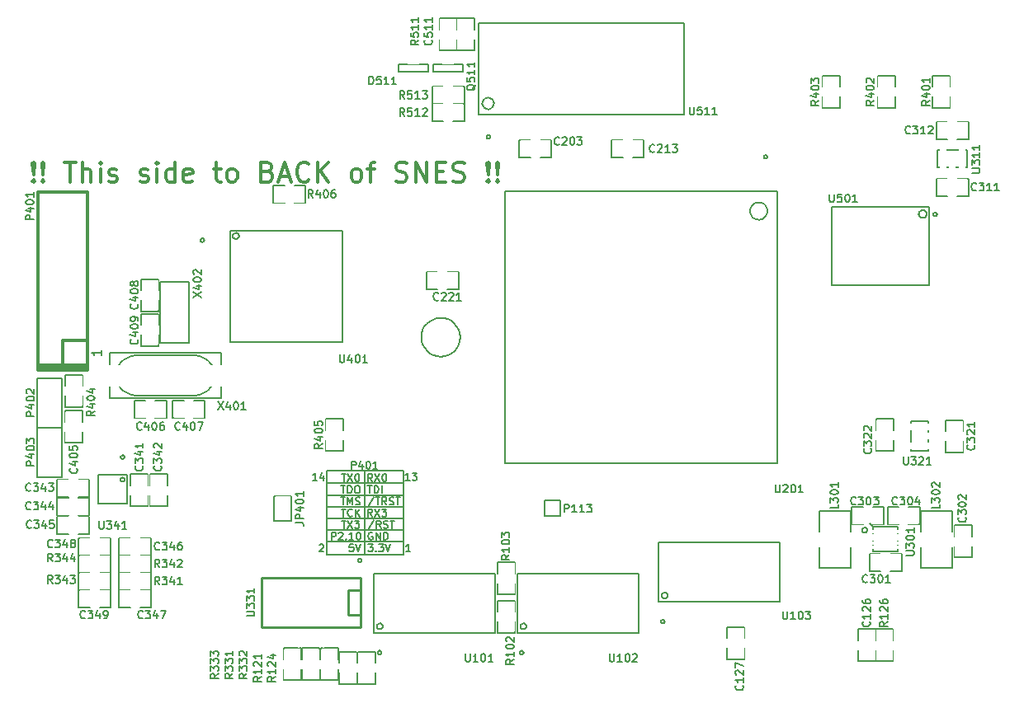
<source format=gto>
G04 (created by PCBNEW-RS274X (2010-12-16 BZR 2663)-testing) date Wed 16 Feb 2011 02:06:07 AM CET*
G01*
G70*
G90*
%MOIN*%
G04 Gerber Fmt 3.4, Leading zero omitted, Abs format*
%FSLAX34Y34*%
G04 APERTURE LIST*
%ADD10C,0.008000*%
%ADD11C,0.007000*%
%ADD12C,0.005900*%
%ADD13C,0.006000*%
%ADD14C,0.012000*%
%ADD15C,0.007500*%
%ADD16C,0.010000*%
%ADD17R,0.021800X0.057200*%
%ADD18R,0.040000X0.030000*%
%ADD19R,0.030000X0.040000*%
%ADD20R,0.069000X0.019800*%
%ADD21R,0.019800X0.069000*%
%ADD22R,0.020000X0.110000*%
%ADD23R,0.110000X0.020000*%
%ADD24R,0.046000X0.046000*%
%ADD25R,0.096600X0.061200*%
%ADD26R,0.070000X0.070000*%
%ADD27C,0.070000*%
%ADD28C,0.049400*%
%ADD29O,0.049400X0.096600*%
%ADD30O,0.021400X0.021400*%
%ADD31R,0.021800X0.049300*%
%ADD32R,0.065000X0.045000*%
%ADD33R,0.045000X0.065000*%
%ADD34C,0.061200*%
%ADD35R,0.049400X0.049400*%
%ADD36R,0.060000X0.048000*%
%ADD37R,0.065000X0.065000*%
%ADD38C,0.065000*%
%ADD39R,0.492900X0.315800*%
%ADD40R,2.363000X0.315800*%
%ADD41R,0.237000X0.197700*%
%ADD42R,0.229100X0.237000*%
%ADD43R,0.120000X0.080000*%
%ADD44C,0.076000*%
%ADD45R,0.226600X0.088700*%
%ADD46R,0.039500X0.059900*%
%ADD47R,0.059300X0.017900*%
%ADD48R,0.055400X0.017900*%
G04 APERTURE END LIST*
G54D10*
G54D11*
X67495Y-28050D02*
X67493Y-28063D01*
X67489Y-28076D01*
X67483Y-28088D01*
X67474Y-28099D01*
X67464Y-28108D01*
X67452Y-28114D01*
X67439Y-28118D01*
X67425Y-28119D01*
X67412Y-28118D01*
X67399Y-28114D01*
X67387Y-28108D01*
X67377Y-28100D01*
X67368Y-28089D01*
X67361Y-28077D01*
X67357Y-28064D01*
X67356Y-28050D01*
X67357Y-28038D01*
X67360Y-28025D01*
X67367Y-28013D01*
X67375Y-28002D01*
X67386Y-27993D01*
X67397Y-27986D01*
X67410Y-27982D01*
X67424Y-27981D01*
X67437Y-27982D01*
X67450Y-27985D01*
X67462Y-27991D01*
X67473Y-28000D01*
X67482Y-28010D01*
X67488Y-28022D01*
X67493Y-28035D01*
X67494Y-28049D01*
X67495Y-28050D01*
X56300Y-27250D02*
X56298Y-27264D01*
X56294Y-27278D01*
X56287Y-27291D01*
X56278Y-27302D01*
X56266Y-27312D01*
X56254Y-27319D01*
X56240Y-27323D01*
X56225Y-27324D01*
X56211Y-27323D01*
X56197Y-27319D01*
X56184Y-27312D01*
X56173Y-27303D01*
X56164Y-27292D01*
X56157Y-27279D01*
X56152Y-27265D01*
X56151Y-27251D01*
X56152Y-27237D01*
X56156Y-27223D01*
X56162Y-27210D01*
X56172Y-27198D01*
X56183Y-27189D01*
X56195Y-27182D01*
X56209Y-27177D01*
X56224Y-27176D01*
X56238Y-27177D01*
X56252Y-27181D01*
X56265Y-27187D01*
X56276Y-27196D01*
X56286Y-27207D01*
X56293Y-27220D01*
X56298Y-27234D01*
X56299Y-27248D01*
X56300Y-27250D01*
X74350Y-30375D02*
X74348Y-30389D01*
X74344Y-30403D01*
X74337Y-30416D01*
X74328Y-30427D01*
X74316Y-30437D01*
X74304Y-30444D01*
X74290Y-30448D01*
X74275Y-30449D01*
X74261Y-30448D01*
X74247Y-30444D01*
X74234Y-30437D01*
X74223Y-30428D01*
X74214Y-30417D01*
X74207Y-30404D01*
X74202Y-30390D01*
X74201Y-30376D01*
X74202Y-30362D01*
X74206Y-30348D01*
X74212Y-30335D01*
X74222Y-30323D01*
X74233Y-30314D01*
X74245Y-30307D01*
X74259Y-30302D01*
X74274Y-30301D01*
X74288Y-30302D01*
X74302Y-30306D01*
X74315Y-30312D01*
X74326Y-30321D01*
X74336Y-30332D01*
X74343Y-30345D01*
X74348Y-30359D01*
X74349Y-30373D01*
X74350Y-30375D01*
X41525Y-40200D02*
X41523Y-40214D01*
X41519Y-40228D01*
X41512Y-40241D01*
X41503Y-40252D01*
X41491Y-40262D01*
X41479Y-40269D01*
X41465Y-40273D01*
X41450Y-40274D01*
X41436Y-40273D01*
X41422Y-40269D01*
X41409Y-40262D01*
X41398Y-40253D01*
X41389Y-40242D01*
X41382Y-40229D01*
X41377Y-40215D01*
X41376Y-40201D01*
X41377Y-40187D01*
X41381Y-40173D01*
X41387Y-40160D01*
X41397Y-40148D01*
X41408Y-40139D01*
X41420Y-40132D01*
X41434Y-40127D01*
X41449Y-40126D01*
X41463Y-40127D01*
X41477Y-40131D01*
X41490Y-40137D01*
X41501Y-40146D01*
X41511Y-40157D01*
X41518Y-40170D01*
X41523Y-40184D01*
X41524Y-40198D01*
X41525Y-40200D01*
X44750Y-31425D02*
X44748Y-31439D01*
X44744Y-31453D01*
X44737Y-31466D01*
X44728Y-31477D01*
X44716Y-31487D01*
X44704Y-31494D01*
X44690Y-31498D01*
X44675Y-31499D01*
X44661Y-31498D01*
X44647Y-31494D01*
X44634Y-31487D01*
X44623Y-31478D01*
X44614Y-31467D01*
X44607Y-31454D01*
X44602Y-31440D01*
X44601Y-31426D01*
X44602Y-31412D01*
X44606Y-31398D01*
X44612Y-31385D01*
X44622Y-31373D01*
X44633Y-31364D01*
X44645Y-31357D01*
X44659Y-31352D01*
X44674Y-31351D01*
X44688Y-31352D01*
X44702Y-31356D01*
X44715Y-31362D01*
X44726Y-31371D01*
X44736Y-31382D01*
X44743Y-31395D01*
X44748Y-31409D01*
X44749Y-31423D01*
X44750Y-31425D01*
X63350Y-46850D02*
X63348Y-46864D01*
X63344Y-46878D01*
X63337Y-46891D01*
X63328Y-46902D01*
X63316Y-46912D01*
X63304Y-46919D01*
X63290Y-46923D01*
X63275Y-46924D01*
X63261Y-46923D01*
X63247Y-46919D01*
X63234Y-46912D01*
X63223Y-46903D01*
X63214Y-46892D01*
X63207Y-46879D01*
X63202Y-46865D01*
X63201Y-46851D01*
X63202Y-46837D01*
X63206Y-46823D01*
X63212Y-46810D01*
X63222Y-46798D01*
X63233Y-46789D01*
X63245Y-46782D01*
X63259Y-46777D01*
X63274Y-46776D01*
X63288Y-46777D01*
X63302Y-46781D01*
X63315Y-46787D01*
X63326Y-46796D01*
X63336Y-46807D01*
X63343Y-46820D01*
X63348Y-46834D01*
X63349Y-46848D01*
X63350Y-46850D01*
X57650Y-48100D02*
X57648Y-48114D01*
X57644Y-48128D01*
X57637Y-48141D01*
X57628Y-48152D01*
X57616Y-48162D01*
X57604Y-48169D01*
X57590Y-48173D01*
X57575Y-48174D01*
X57561Y-48173D01*
X57547Y-48169D01*
X57534Y-48162D01*
X57523Y-48153D01*
X57514Y-48142D01*
X57507Y-48129D01*
X57502Y-48115D01*
X57501Y-48101D01*
X57502Y-48087D01*
X57506Y-48073D01*
X57512Y-48060D01*
X57522Y-48048D01*
X57533Y-48039D01*
X57545Y-48032D01*
X57559Y-48027D01*
X57574Y-48026D01*
X57588Y-48027D01*
X57602Y-48031D01*
X57615Y-48037D01*
X57626Y-48046D01*
X57636Y-48057D01*
X57643Y-48070D01*
X57648Y-48084D01*
X57649Y-48098D01*
X57650Y-48100D01*
X51900Y-48100D02*
X51898Y-48114D01*
X51894Y-48128D01*
X51887Y-48141D01*
X51878Y-48152D01*
X51866Y-48162D01*
X51854Y-48169D01*
X51840Y-48173D01*
X51825Y-48174D01*
X51811Y-48173D01*
X51797Y-48169D01*
X51784Y-48162D01*
X51773Y-48153D01*
X51764Y-48142D01*
X51757Y-48129D01*
X51752Y-48115D01*
X51751Y-48101D01*
X51752Y-48087D01*
X51756Y-48073D01*
X51762Y-48060D01*
X51772Y-48048D01*
X51783Y-48039D01*
X51795Y-48032D01*
X51809Y-48027D01*
X51824Y-48026D01*
X51838Y-48027D01*
X51852Y-48031D01*
X51865Y-48037D01*
X51876Y-48046D01*
X51886Y-48057D01*
X51893Y-48070D01*
X51898Y-48084D01*
X51899Y-48098D01*
X51900Y-48100D01*
X51100Y-44375D02*
X51098Y-44389D01*
X51094Y-44403D01*
X51087Y-44416D01*
X51078Y-44427D01*
X51066Y-44437D01*
X51054Y-44444D01*
X51040Y-44448D01*
X51025Y-44449D01*
X51011Y-44448D01*
X50997Y-44444D01*
X50984Y-44437D01*
X50973Y-44428D01*
X50964Y-44417D01*
X50957Y-44404D01*
X50952Y-44390D01*
X50951Y-44376D01*
X50952Y-44362D01*
X50956Y-44348D01*
X50962Y-44335D01*
X50972Y-44323D01*
X50983Y-44314D01*
X50995Y-44307D01*
X51009Y-44302D01*
X51024Y-44301D01*
X51038Y-44302D01*
X51052Y-44306D01*
X51065Y-44312D01*
X51076Y-44321D01*
X51086Y-44332D01*
X51093Y-44345D01*
X51098Y-44359D01*
X51099Y-44373D01*
X51100Y-44375D01*
G54D12*
X71528Y-43150D02*
X71526Y-43170D01*
X71520Y-43189D01*
X71510Y-43206D01*
X71498Y-43222D01*
X71482Y-43235D01*
X71464Y-43244D01*
X71445Y-43250D01*
X71425Y-43252D01*
X71406Y-43251D01*
X71387Y-43245D01*
X71369Y-43236D01*
X71353Y-43223D01*
X71341Y-43208D01*
X71331Y-43190D01*
X71325Y-43171D01*
X71323Y-43151D01*
X71324Y-43132D01*
X71330Y-43113D01*
X71339Y-43095D01*
X71351Y-43079D01*
X71367Y-43066D01*
X71384Y-43056D01*
X71403Y-43050D01*
X71423Y-43048D01*
X71442Y-43049D01*
X71462Y-43054D01*
X71480Y-43064D01*
X71496Y-43076D01*
X71509Y-43091D01*
X71519Y-43109D01*
X71525Y-43128D01*
X71527Y-43148D01*
X71528Y-43150D01*
G54D13*
X40592Y-35871D02*
X40592Y-36096D01*
X40592Y-35983D02*
X40198Y-35983D01*
X40255Y-36021D01*
X40292Y-36058D01*
X40311Y-36096D01*
X49313Y-41145D02*
X49141Y-41145D01*
X49227Y-41145D02*
X49227Y-40845D01*
X49198Y-40888D01*
X49170Y-40917D01*
X49141Y-40931D01*
X49570Y-40945D02*
X49570Y-41145D01*
X49499Y-40831D02*
X49427Y-41045D01*
X49613Y-41045D01*
X53053Y-41145D02*
X52881Y-41145D01*
X52967Y-41145D02*
X52967Y-40845D01*
X52938Y-40888D01*
X52910Y-40917D01*
X52881Y-40931D01*
X53153Y-40845D02*
X53339Y-40845D01*
X53239Y-40960D01*
X53281Y-40960D01*
X53310Y-40974D01*
X53324Y-40988D01*
X53339Y-41017D01*
X53339Y-41088D01*
X53324Y-41117D01*
X53310Y-41131D01*
X53281Y-41145D01*
X53196Y-41145D01*
X53167Y-41131D01*
X53153Y-41117D01*
X49402Y-43748D02*
X49416Y-43734D01*
X49445Y-43719D01*
X49516Y-43719D01*
X49545Y-43734D01*
X49559Y-43748D01*
X49574Y-43777D01*
X49574Y-43805D01*
X49559Y-43848D01*
X49388Y-44019D01*
X49574Y-44019D01*
X53078Y-44019D02*
X52906Y-44019D01*
X52992Y-44019D02*
X52992Y-43719D01*
X52963Y-43762D01*
X52935Y-43791D01*
X52906Y-43805D01*
G54D12*
X52795Y-41260D02*
X49685Y-41260D01*
X49685Y-41732D02*
X52795Y-41732D01*
X52795Y-42205D02*
X49685Y-42205D01*
X49685Y-42677D02*
X52795Y-42677D01*
X52795Y-43150D02*
X49685Y-43150D01*
X49685Y-43622D02*
X52795Y-43622D01*
X51220Y-44134D02*
X51220Y-40748D01*
X49685Y-44134D02*
X49685Y-40748D01*
X52795Y-44134D02*
X49685Y-44134D01*
X52795Y-40748D02*
X52795Y-44134D01*
X49685Y-40748D02*
X52795Y-40748D01*
G54D13*
X50712Y-40672D02*
X50712Y-40372D01*
X50827Y-40372D01*
X50855Y-40387D01*
X50870Y-40401D01*
X50884Y-40430D01*
X50884Y-40472D01*
X50870Y-40501D01*
X50855Y-40515D01*
X50827Y-40530D01*
X50712Y-40530D01*
X51141Y-40472D02*
X51141Y-40672D01*
X51070Y-40358D02*
X50998Y-40572D01*
X51184Y-40572D01*
X51356Y-40372D02*
X51384Y-40372D01*
X51413Y-40387D01*
X51427Y-40401D01*
X51441Y-40430D01*
X51456Y-40487D01*
X51456Y-40558D01*
X51441Y-40615D01*
X51427Y-40644D01*
X51413Y-40658D01*
X51384Y-40672D01*
X51356Y-40672D01*
X51327Y-40658D01*
X51313Y-40644D01*
X51298Y-40615D01*
X51284Y-40558D01*
X51284Y-40487D01*
X51298Y-40430D01*
X51313Y-40401D01*
X51327Y-40387D01*
X51356Y-40372D01*
X51742Y-40672D02*
X51570Y-40672D01*
X51656Y-40672D02*
X51656Y-40372D01*
X51627Y-40415D01*
X51599Y-40444D01*
X51570Y-40458D01*
X51368Y-43718D02*
X51554Y-43718D01*
X51454Y-43833D01*
X51496Y-43833D01*
X51525Y-43847D01*
X51539Y-43861D01*
X51554Y-43890D01*
X51554Y-43961D01*
X51539Y-43990D01*
X51525Y-44004D01*
X51496Y-44018D01*
X51411Y-44018D01*
X51382Y-44004D01*
X51368Y-43990D01*
X51682Y-43990D02*
X51697Y-44004D01*
X51682Y-44018D01*
X51668Y-44004D01*
X51682Y-43990D01*
X51682Y-44018D01*
X51797Y-43718D02*
X51983Y-43718D01*
X51883Y-43833D01*
X51925Y-43833D01*
X51954Y-43847D01*
X51968Y-43861D01*
X51983Y-43890D01*
X51983Y-43961D01*
X51968Y-43990D01*
X51954Y-44004D01*
X51925Y-44018D01*
X51840Y-44018D01*
X51811Y-44004D01*
X51797Y-43990D01*
X52069Y-43718D02*
X52169Y-44018D01*
X52269Y-43718D01*
X51544Y-43260D02*
X51515Y-43245D01*
X51472Y-43245D01*
X51429Y-43260D01*
X51401Y-43288D01*
X51386Y-43317D01*
X51372Y-43374D01*
X51372Y-43417D01*
X51386Y-43474D01*
X51401Y-43503D01*
X51429Y-43531D01*
X51472Y-43545D01*
X51501Y-43545D01*
X51544Y-43531D01*
X51558Y-43517D01*
X51558Y-43417D01*
X51501Y-43417D01*
X51686Y-43545D02*
X51686Y-43245D01*
X51858Y-43545D01*
X51858Y-43245D01*
X52000Y-43545D02*
X52000Y-43245D01*
X52072Y-43245D01*
X52115Y-43260D01*
X52143Y-43288D01*
X52158Y-43317D01*
X52172Y-43374D01*
X52172Y-43417D01*
X52158Y-43474D01*
X52143Y-43503D01*
X52115Y-43531D01*
X52072Y-43545D01*
X52000Y-43545D01*
X51612Y-42759D02*
X51355Y-43145D01*
X51883Y-43073D02*
X51783Y-42931D01*
X51711Y-43073D02*
X51711Y-42773D01*
X51826Y-42773D01*
X51854Y-42788D01*
X51869Y-42802D01*
X51883Y-42831D01*
X51883Y-42873D01*
X51869Y-42902D01*
X51854Y-42916D01*
X51826Y-42931D01*
X51711Y-42931D01*
X51997Y-43059D02*
X52040Y-43073D01*
X52111Y-43073D01*
X52140Y-43059D01*
X52154Y-43045D01*
X52169Y-43016D01*
X52169Y-42988D01*
X52154Y-42959D01*
X52140Y-42945D01*
X52111Y-42931D01*
X52054Y-42916D01*
X52026Y-42902D01*
X52011Y-42888D01*
X51997Y-42859D01*
X51997Y-42831D01*
X52011Y-42802D01*
X52026Y-42788D01*
X52054Y-42773D01*
X52126Y-42773D01*
X52169Y-42788D01*
X52255Y-42773D02*
X52426Y-42773D01*
X52340Y-43073D02*
X52340Y-42773D01*
X51539Y-42601D02*
X51439Y-42459D01*
X51367Y-42601D02*
X51367Y-42301D01*
X51482Y-42301D01*
X51510Y-42316D01*
X51525Y-42330D01*
X51539Y-42359D01*
X51539Y-42401D01*
X51525Y-42430D01*
X51510Y-42444D01*
X51482Y-42459D01*
X51367Y-42459D01*
X51639Y-42301D02*
X51839Y-42601D01*
X51839Y-42301D02*
X51639Y-42601D01*
X51925Y-42301D02*
X52111Y-42301D01*
X52011Y-42416D01*
X52053Y-42416D01*
X52082Y-42430D01*
X52096Y-42444D01*
X52111Y-42473D01*
X52111Y-42544D01*
X52096Y-42573D01*
X52082Y-42587D01*
X52053Y-42601D01*
X51968Y-42601D01*
X51939Y-42587D01*
X51925Y-42573D01*
X51615Y-41814D02*
X51358Y-42200D01*
X51672Y-41828D02*
X51843Y-41828D01*
X51757Y-42128D02*
X51757Y-41828D01*
X52115Y-42128D02*
X52015Y-41986D01*
X51943Y-42128D02*
X51943Y-41828D01*
X52058Y-41828D01*
X52086Y-41843D01*
X52101Y-41857D01*
X52115Y-41886D01*
X52115Y-41928D01*
X52101Y-41957D01*
X52086Y-41971D01*
X52058Y-41986D01*
X51943Y-41986D01*
X52229Y-42114D02*
X52272Y-42128D01*
X52343Y-42128D01*
X52372Y-42114D01*
X52386Y-42100D01*
X52401Y-42071D01*
X52401Y-42043D01*
X52386Y-42014D01*
X52372Y-42000D01*
X52343Y-41986D01*
X52286Y-41971D01*
X52258Y-41957D01*
X52243Y-41943D01*
X52229Y-41914D01*
X52229Y-41886D01*
X52243Y-41857D01*
X52258Y-41843D01*
X52286Y-41828D01*
X52358Y-41828D01*
X52401Y-41843D01*
X52487Y-41828D02*
X52658Y-41828D01*
X52572Y-42128D02*
X52572Y-41828D01*
X51347Y-41356D02*
X51518Y-41356D01*
X51432Y-41656D02*
X51432Y-41356D01*
X51618Y-41656D02*
X51618Y-41356D01*
X51690Y-41356D01*
X51733Y-41371D01*
X51761Y-41399D01*
X51776Y-41428D01*
X51790Y-41485D01*
X51790Y-41528D01*
X51776Y-41585D01*
X51761Y-41614D01*
X51733Y-41642D01*
X51690Y-41656D01*
X51618Y-41656D01*
X51918Y-41656D02*
X51918Y-41356D01*
X51539Y-41183D02*
X51439Y-41041D01*
X51367Y-41183D02*
X51367Y-40883D01*
X51482Y-40883D01*
X51510Y-40898D01*
X51525Y-40912D01*
X51539Y-40941D01*
X51539Y-40983D01*
X51525Y-41012D01*
X51510Y-41026D01*
X51482Y-41041D01*
X51367Y-41041D01*
X51639Y-40883D02*
X51839Y-41183D01*
X51839Y-40883D02*
X51639Y-41183D01*
X52011Y-40883D02*
X52039Y-40883D01*
X52068Y-40898D01*
X52082Y-40912D01*
X52096Y-40941D01*
X52111Y-40998D01*
X52111Y-41069D01*
X52096Y-41126D01*
X52082Y-41155D01*
X52068Y-41169D01*
X52039Y-41183D01*
X52011Y-41183D01*
X51982Y-41169D01*
X51968Y-41155D01*
X51953Y-41126D01*
X51939Y-41069D01*
X51939Y-40998D01*
X51953Y-40941D01*
X51968Y-40912D01*
X51982Y-40898D01*
X52011Y-40883D01*
X50770Y-43718D02*
X50627Y-43718D01*
X50613Y-43861D01*
X50627Y-43847D01*
X50656Y-43833D01*
X50727Y-43833D01*
X50756Y-43847D01*
X50770Y-43861D01*
X50785Y-43890D01*
X50785Y-43961D01*
X50770Y-43990D01*
X50756Y-44004D01*
X50727Y-44018D01*
X50656Y-44018D01*
X50627Y-44004D01*
X50613Y-43990D01*
X50871Y-43718D02*
X50971Y-44018D01*
X51071Y-43718D01*
X49893Y-43545D02*
X49893Y-43245D01*
X50008Y-43245D01*
X50036Y-43260D01*
X50051Y-43274D01*
X50065Y-43303D01*
X50065Y-43345D01*
X50051Y-43374D01*
X50036Y-43388D01*
X50008Y-43403D01*
X49893Y-43403D01*
X50179Y-43274D02*
X50193Y-43260D01*
X50222Y-43245D01*
X50293Y-43245D01*
X50322Y-43260D01*
X50336Y-43274D01*
X50351Y-43303D01*
X50351Y-43331D01*
X50336Y-43374D01*
X50165Y-43545D01*
X50351Y-43545D01*
X50479Y-43517D02*
X50494Y-43531D01*
X50479Y-43545D01*
X50465Y-43531D01*
X50479Y-43517D01*
X50479Y-43545D01*
X50780Y-43545D02*
X50608Y-43545D01*
X50694Y-43545D02*
X50694Y-43245D01*
X50665Y-43288D01*
X50637Y-43317D01*
X50608Y-43331D01*
X50966Y-43245D02*
X50994Y-43245D01*
X51023Y-43260D01*
X51037Y-43274D01*
X51051Y-43303D01*
X51066Y-43360D01*
X51066Y-43431D01*
X51051Y-43488D01*
X51037Y-43517D01*
X51023Y-43531D01*
X50994Y-43545D01*
X50966Y-43545D01*
X50937Y-43531D01*
X50923Y-43517D01*
X50908Y-43488D01*
X50894Y-43431D01*
X50894Y-43360D01*
X50908Y-43303D01*
X50923Y-43274D01*
X50937Y-43260D01*
X50966Y-43245D01*
X50298Y-42773D02*
X50469Y-42773D01*
X50383Y-43073D02*
X50383Y-42773D01*
X50541Y-42773D02*
X50741Y-43073D01*
X50741Y-42773D02*
X50541Y-43073D01*
X50827Y-42773D02*
X51013Y-42773D01*
X50913Y-42888D01*
X50955Y-42888D01*
X50984Y-42902D01*
X50998Y-42916D01*
X51013Y-42945D01*
X51013Y-43016D01*
X50998Y-43045D01*
X50984Y-43059D01*
X50955Y-43073D01*
X50870Y-43073D01*
X50841Y-43059D01*
X50827Y-43045D01*
X50284Y-42301D02*
X50455Y-42301D01*
X50369Y-42601D02*
X50369Y-42301D01*
X50727Y-42573D02*
X50713Y-42587D01*
X50670Y-42601D01*
X50641Y-42601D01*
X50598Y-42587D01*
X50570Y-42559D01*
X50555Y-42530D01*
X50541Y-42473D01*
X50541Y-42430D01*
X50555Y-42373D01*
X50570Y-42344D01*
X50598Y-42316D01*
X50641Y-42301D01*
X50670Y-42301D01*
X50713Y-42316D01*
X50727Y-42330D01*
X50855Y-42601D02*
X50855Y-42301D01*
X51027Y-42601D02*
X50898Y-42430D01*
X51027Y-42301D02*
X50855Y-42473D01*
X50269Y-41828D02*
X50440Y-41828D01*
X50354Y-42128D02*
X50354Y-41828D01*
X50540Y-42128D02*
X50540Y-41828D01*
X50640Y-42043D01*
X50740Y-41828D01*
X50740Y-42128D01*
X50869Y-42114D02*
X50912Y-42128D01*
X50983Y-42128D01*
X51012Y-42114D01*
X51026Y-42100D01*
X51041Y-42071D01*
X51041Y-42043D01*
X51026Y-42014D01*
X51012Y-42000D01*
X50983Y-41986D01*
X50926Y-41971D01*
X50898Y-41957D01*
X50883Y-41943D01*
X50869Y-41914D01*
X50869Y-41886D01*
X50883Y-41857D01*
X50898Y-41843D01*
X50926Y-41828D01*
X50998Y-41828D01*
X51041Y-41843D01*
X50277Y-41356D02*
X50448Y-41356D01*
X50362Y-41656D02*
X50362Y-41356D01*
X50548Y-41656D02*
X50548Y-41356D01*
X50620Y-41356D01*
X50663Y-41371D01*
X50691Y-41399D01*
X50706Y-41428D01*
X50720Y-41485D01*
X50720Y-41528D01*
X50706Y-41585D01*
X50691Y-41614D01*
X50663Y-41642D01*
X50620Y-41656D01*
X50548Y-41656D01*
X50906Y-41356D02*
X50963Y-41356D01*
X50991Y-41371D01*
X51020Y-41399D01*
X51034Y-41456D01*
X51034Y-41556D01*
X51020Y-41614D01*
X50991Y-41642D01*
X50963Y-41656D01*
X50906Y-41656D01*
X50877Y-41642D01*
X50848Y-41614D01*
X50834Y-41556D01*
X50834Y-41456D01*
X50848Y-41399D01*
X50877Y-41371D01*
X50906Y-41356D01*
X50298Y-40883D02*
X50469Y-40883D01*
X50383Y-41183D02*
X50383Y-40883D01*
X50541Y-40883D02*
X50741Y-41183D01*
X50741Y-40883D02*
X50541Y-41183D01*
X50913Y-40883D02*
X50941Y-40883D01*
X50970Y-40898D01*
X50984Y-40912D01*
X50998Y-40941D01*
X51013Y-40998D01*
X51013Y-41069D01*
X50998Y-41126D01*
X50984Y-41155D01*
X50970Y-41169D01*
X50941Y-41183D01*
X50913Y-41183D01*
X50884Y-41169D01*
X50870Y-41155D01*
X50855Y-41126D01*
X50841Y-41069D01*
X50841Y-40998D01*
X50855Y-40941D01*
X50870Y-40912D01*
X50884Y-40898D01*
X50913Y-40883D01*
G54D14*
X37850Y-28998D02*
X37889Y-29036D01*
X37850Y-29074D01*
X37812Y-29036D01*
X37850Y-28998D01*
X37850Y-29074D01*
X37850Y-28769D02*
X37812Y-28312D01*
X37850Y-28274D01*
X37889Y-28312D01*
X37850Y-28769D01*
X37850Y-28274D01*
X38231Y-28998D02*
X38270Y-29036D01*
X38231Y-29074D01*
X38193Y-29036D01*
X38231Y-28998D01*
X38231Y-29074D01*
X38231Y-28769D02*
X38193Y-28312D01*
X38231Y-28274D01*
X38270Y-28312D01*
X38231Y-28769D01*
X38231Y-28274D01*
X39108Y-28274D02*
X39565Y-28274D01*
X39337Y-29074D02*
X39337Y-28274D01*
X39832Y-29074D02*
X39832Y-28274D01*
X40175Y-29074D02*
X40175Y-28655D01*
X40137Y-28579D01*
X40061Y-28540D01*
X39947Y-28540D01*
X39871Y-28579D01*
X39832Y-28617D01*
X40556Y-29074D02*
X40556Y-28540D01*
X40556Y-28274D02*
X40518Y-28312D01*
X40556Y-28350D01*
X40595Y-28312D01*
X40556Y-28274D01*
X40556Y-28350D01*
X40899Y-29036D02*
X40976Y-29074D01*
X41128Y-29074D01*
X41204Y-29036D01*
X41242Y-28960D01*
X41242Y-28921D01*
X41204Y-28845D01*
X41128Y-28807D01*
X41014Y-28807D01*
X40937Y-28769D01*
X40899Y-28693D01*
X40899Y-28655D01*
X40937Y-28579D01*
X41014Y-28540D01*
X41128Y-28540D01*
X41204Y-28579D01*
X42157Y-29036D02*
X42234Y-29074D01*
X42386Y-29074D01*
X42462Y-29036D01*
X42500Y-28960D01*
X42500Y-28921D01*
X42462Y-28845D01*
X42386Y-28807D01*
X42272Y-28807D01*
X42195Y-28769D01*
X42157Y-28693D01*
X42157Y-28655D01*
X42195Y-28579D01*
X42272Y-28540D01*
X42386Y-28540D01*
X42462Y-28579D01*
X42843Y-29074D02*
X42843Y-28540D01*
X42843Y-28274D02*
X42805Y-28312D01*
X42843Y-28350D01*
X42882Y-28312D01*
X42843Y-28274D01*
X42843Y-28350D01*
X43567Y-29074D02*
X43567Y-28274D01*
X43567Y-29036D02*
X43491Y-29074D01*
X43339Y-29074D01*
X43263Y-29036D01*
X43224Y-28998D01*
X43186Y-28921D01*
X43186Y-28693D01*
X43224Y-28617D01*
X43263Y-28579D01*
X43339Y-28540D01*
X43491Y-28540D01*
X43567Y-28579D01*
X44253Y-29036D02*
X44177Y-29074D01*
X44025Y-29074D01*
X43948Y-29036D01*
X43910Y-28960D01*
X43910Y-28655D01*
X43948Y-28579D01*
X44025Y-28540D01*
X44177Y-28540D01*
X44253Y-28579D01*
X44291Y-28655D01*
X44291Y-28731D01*
X43910Y-28807D01*
X45130Y-28540D02*
X45435Y-28540D01*
X45244Y-28274D02*
X45244Y-28960D01*
X45283Y-29036D01*
X45359Y-29074D01*
X45435Y-29074D01*
X45816Y-29074D02*
X45740Y-29036D01*
X45701Y-28998D01*
X45663Y-28921D01*
X45663Y-28693D01*
X45701Y-28617D01*
X45740Y-28579D01*
X45816Y-28540D01*
X45930Y-28540D01*
X46006Y-28579D01*
X46044Y-28617D01*
X46082Y-28693D01*
X46082Y-28921D01*
X46044Y-28998D01*
X46006Y-29036D01*
X45930Y-29074D01*
X45816Y-29074D01*
X47302Y-28655D02*
X47416Y-28693D01*
X47455Y-28731D01*
X47493Y-28807D01*
X47493Y-28921D01*
X47455Y-28998D01*
X47416Y-29036D01*
X47340Y-29074D01*
X47035Y-29074D01*
X47035Y-28274D01*
X47302Y-28274D01*
X47378Y-28312D01*
X47416Y-28350D01*
X47455Y-28426D01*
X47455Y-28502D01*
X47416Y-28579D01*
X47378Y-28617D01*
X47302Y-28655D01*
X47035Y-28655D01*
X47797Y-28845D02*
X48178Y-28845D01*
X47721Y-29074D02*
X47988Y-28274D01*
X48255Y-29074D01*
X48979Y-28998D02*
X48941Y-29036D01*
X48826Y-29074D01*
X48750Y-29074D01*
X48636Y-29036D01*
X48560Y-28960D01*
X48521Y-28883D01*
X48483Y-28731D01*
X48483Y-28617D01*
X48521Y-28464D01*
X48560Y-28388D01*
X48636Y-28312D01*
X48750Y-28274D01*
X48826Y-28274D01*
X48941Y-28312D01*
X48979Y-28350D01*
X49321Y-29074D02*
X49321Y-28274D01*
X49779Y-29074D02*
X49436Y-28617D01*
X49779Y-28274D02*
X49321Y-28731D01*
X50846Y-29074D02*
X50770Y-29036D01*
X50731Y-28998D01*
X50693Y-28921D01*
X50693Y-28693D01*
X50731Y-28617D01*
X50770Y-28579D01*
X50846Y-28540D01*
X50960Y-28540D01*
X51036Y-28579D01*
X51074Y-28617D01*
X51112Y-28693D01*
X51112Y-28921D01*
X51074Y-28998D01*
X51036Y-29036D01*
X50960Y-29074D01*
X50846Y-29074D01*
X51341Y-28540D02*
X51646Y-28540D01*
X51455Y-29074D02*
X51455Y-28388D01*
X51494Y-28312D01*
X51570Y-28274D01*
X51646Y-28274D01*
X52484Y-29036D02*
X52599Y-29074D01*
X52789Y-29074D01*
X52865Y-29036D01*
X52903Y-28998D01*
X52942Y-28921D01*
X52942Y-28845D01*
X52903Y-28769D01*
X52865Y-28731D01*
X52789Y-28693D01*
X52637Y-28655D01*
X52561Y-28617D01*
X52522Y-28579D01*
X52484Y-28502D01*
X52484Y-28426D01*
X52522Y-28350D01*
X52561Y-28312D01*
X52637Y-28274D01*
X52827Y-28274D01*
X52942Y-28312D01*
X53284Y-29074D02*
X53284Y-28274D01*
X53742Y-29074D01*
X53742Y-28274D01*
X54122Y-28655D02*
X54389Y-28655D01*
X54503Y-29074D02*
X54122Y-29074D01*
X54122Y-28274D01*
X54503Y-28274D01*
X54808Y-29036D02*
X54923Y-29074D01*
X55113Y-29074D01*
X55189Y-29036D01*
X55227Y-28998D01*
X55266Y-28921D01*
X55266Y-28845D01*
X55227Y-28769D01*
X55189Y-28731D01*
X55113Y-28693D01*
X54961Y-28655D01*
X54885Y-28617D01*
X54846Y-28579D01*
X54808Y-28502D01*
X54808Y-28426D01*
X54846Y-28350D01*
X54885Y-28312D01*
X54961Y-28274D01*
X55151Y-28274D01*
X55266Y-28312D01*
X56218Y-28998D02*
X56257Y-29036D01*
X56218Y-29074D01*
X56180Y-29036D01*
X56218Y-28998D01*
X56218Y-29074D01*
X56218Y-28769D02*
X56180Y-28312D01*
X56218Y-28274D01*
X56257Y-28312D01*
X56218Y-28769D01*
X56218Y-28274D01*
X56599Y-28998D02*
X56638Y-29036D01*
X56599Y-29074D01*
X56561Y-29036D01*
X56599Y-28998D01*
X56599Y-29074D01*
X56599Y-28769D02*
X56561Y-28312D01*
X56599Y-28274D01*
X56638Y-28312D01*
X56599Y-28769D01*
X56599Y-28274D01*
G54D10*
X39000Y-35500D02*
X39900Y-35500D01*
X39000Y-36400D02*
X39000Y-35500D01*
G54D15*
X51963Y-47045D02*
X51960Y-47067D01*
X51954Y-47089D01*
X51943Y-47110D01*
X51928Y-47128D01*
X51910Y-47142D01*
X51890Y-47153D01*
X51868Y-47160D01*
X51845Y-47162D01*
X51823Y-47160D01*
X51801Y-47154D01*
X51781Y-47143D01*
X51763Y-47129D01*
X51748Y-47111D01*
X51737Y-47091D01*
X51730Y-47069D01*
X51728Y-47046D01*
X51729Y-47024D01*
X51736Y-47002D01*
X51746Y-46982D01*
X51761Y-46964D01*
X51778Y-46949D01*
X51798Y-46937D01*
X51820Y-46930D01*
X51843Y-46928D01*
X51865Y-46929D01*
X51887Y-46935D01*
X51908Y-46946D01*
X51926Y-46960D01*
X51941Y-46977D01*
X51952Y-46998D01*
X51960Y-47019D01*
X51962Y-47042D01*
X51963Y-47045D01*
X51590Y-44900D02*
X56510Y-44900D01*
X56510Y-44900D02*
X56510Y-47300D01*
X51590Y-47300D02*
X56510Y-47300D01*
X51590Y-44900D02*
X51590Y-47300D01*
X63463Y-45795D02*
X63460Y-45817D01*
X63454Y-45839D01*
X63443Y-45860D01*
X63428Y-45878D01*
X63410Y-45892D01*
X63390Y-45903D01*
X63368Y-45910D01*
X63345Y-45912D01*
X63323Y-45910D01*
X63301Y-45904D01*
X63281Y-45893D01*
X63263Y-45879D01*
X63248Y-45861D01*
X63237Y-45841D01*
X63230Y-45819D01*
X63228Y-45796D01*
X63229Y-45774D01*
X63236Y-45752D01*
X63246Y-45732D01*
X63261Y-45714D01*
X63278Y-45699D01*
X63298Y-45687D01*
X63320Y-45680D01*
X63343Y-45678D01*
X63365Y-45679D01*
X63387Y-45685D01*
X63408Y-45696D01*
X63426Y-45710D01*
X63441Y-45727D01*
X63452Y-45748D01*
X63460Y-45769D01*
X63462Y-45792D01*
X63463Y-45795D01*
X63090Y-43650D02*
X68010Y-43650D01*
X68010Y-43650D02*
X68010Y-46050D01*
X63090Y-46050D02*
X68010Y-46050D01*
X63090Y-43650D02*
X63090Y-46050D01*
X57763Y-47045D02*
X57760Y-47067D01*
X57754Y-47089D01*
X57743Y-47110D01*
X57728Y-47128D01*
X57710Y-47142D01*
X57690Y-47153D01*
X57668Y-47160D01*
X57645Y-47162D01*
X57623Y-47160D01*
X57601Y-47154D01*
X57581Y-47143D01*
X57563Y-47129D01*
X57548Y-47111D01*
X57537Y-47091D01*
X57530Y-47069D01*
X57528Y-47046D01*
X57529Y-47024D01*
X57536Y-47002D01*
X57546Y-46982D01*
X57561Y-46964D01*
X57578Y-46949D01*
X57598Y-46937D01*
X57620Y-46930D01*
X57643Y-46928D01*
X57665Y-46929D01*
X57687Y-46935D01*
X57708Y-46946D01*
X57726Y-46960D01*
X57741Y-46977D01*
X57752Y-46998D01*
X57760Y-47019D01*
X57762Y-47042D01*
X57763Y-47045D01*
X57390Y-44900D02*
X62310Y-44900D01*
X62310Y-44900D02*
X62310Y-47300D01*
X57390Y-47300D02*
X62310Y-47300D01*
X57390Y-44900D02*
X57390Y-47300D01*
X73295Y-38758D02*
X73995Y-38758D01*
X73995Y-38758D02*
X73995Y-39958D01*
X73995Y-39958D02*
X73295Y-39958D01*
X73295Y-39958D02*
X73295Y-38758D01*
X75580Y-27785D02*
X75580Y-28485D01*
X75580Y-28485D02*
X74380Y-28485D01*
X74380Y-28485D02*
X74380Y-27785D01*
X74380Y-27785D02*
X75580Y-27785D01*
X46152Y-31253D02*
X46149Y-31277D01*
X46142Y-31300D01*
X46131Y-31321D01*
X46115Y-31340D01*
X46097Y-31355D01*
X46076Y-31367D01*
X46052Y-31374D01*
X46028Y-31376D01*
X46005Y-31374D01*
X45982Y-31367D01*
X45961Y-31356D01*
X45942Y-31341D01*
X45926Y-31323D01*
X45915Y-31301D01*
X45907Y-31278D01*
X45905Y-31254D01*
X45907Y-31231D01*
X45913Y-31208D01*
X45924Y-31186D01*
X45939Y-31167D01*
X45958Y-31152D01*
X45979Y-31140D01*
X46002Y-31132D01*
X46026Y-31130D01*
X46049Y-31131D01*
X46072Y-31138D01*
X46094Y-31149D01*
X46113Y-31164D01*
X46129Y-31182D01*
X46141Y-31203D01*
X46148Y-31226D01*
X46151Y-31250D01*
X46152Y-31253D01*
X50338Y-31037D02*
X50338Y-35563D01*
X50338Y-35563D02*
X45812Y-35563D01*
X45812Y-31037D02*
X45812Y-35563D01*
X50338Y-31037D02*
X45812Y-31037D01*
X62400Y-29438D02*
X56888Y-29438D01*
X56888Y-29438D02*
X56888Y-34950D01*
X56888Y-34950D02*
X56888Y-40462D01*
X56888Y-40462D02*
X62400Y-40462D01*
X62400Y-40462D02*
X67912Y-40462D01*
X67912Y-40462D02*
X67912Y-34950D01*
X67912Y-34950D02*
X67912Y-29438D01*
X67912Y-29438D02*
X62400Y-29438D01*
X67500Y-30250D02*
X67493Y-30317D01*
X67473Y-30383D01*
X67441Y-30443D01*
X67398Y-30496D01*
X67345Y-30540D01*
X67285Y-30572D01*
X67220Y-30592D01*
X67152Y-30599D01*
X67085Y-30593D01*
X67019Y-30574D01*
X66959Y-30542D01*
X66906Y-30500D01*
X66862Y-30447D01*
X66829Y-30387D01*
X66808Y-30322D01*
X66801Y-30254D01*
X66806Y-30187D01*
X66825Y-30122D01*
X66856Y-30061D01*
X66899Y-30007D01*
X66951Y-29963D01*
X67010Y-29930D01*
X67075Y-29909D01*
X67143Y-29901D01*
X67210Y-29906D01*
X67276Y-29924D01*
X67337Y-29955D01*
X67391Y-29997D01*
X67436Y-30049D01*
X67469Y-30108D01*
X67491Y-30173D01*
X67499Y-30241D01*
X67500Y-30250D01*
X53800Y-24625D02*
X52600Y-24625D01*
X52600Y-24625D02*
X52600Y-24325D01*
X52600Y-24325D02*
X53800Y-24325D01*
X53800Y-24325D02*
X53800Y-24625D01*
X44141Y-33130D02*
X44141Y-35570D01*
X44141Y-35570D02*
X42959Y-35570D01*
X42959Y-35570D02*
X42959Y-33130D01*
X42959Y-33130D02*
X44141Y-33130D01*
X39000Y-39000D02*
X38000Y-39000D01*
X38000Y-39000D02*
X38000Y-37000D01*
X38000Y-37000D02*
X39000Y-37000D01*
X39000Y-37000D02*
X39000Y-39000D01*
X55200Y-24625D02*
X54000Y-24625D01*
X54000Y-24625D02*
X54000Y-24325D01*
X54000Y-24325D02*
X55200Y-24325D01*
X55200Y-24325D02*
X55200Y-24625D01*
X38000Y-39000D02*
X39000Y-39000D01*
X39000Y-39000D02*
X39000Y-41000D01*
X39000Y-41000D02*
X38000Y-41000D01*
X38000Y-41000D02*
X38000Y-39000D01*
X73930Y-30371D02*
X73926Y-30401D01*
X73918Y-30431D01*
X73903Y-30458D01*
X73884Y-30482D01*
X73860Y-30501D01*
X73833Y-30516D01*
X73803Y-30525D01*
X73773Y-30528D01*
X73743Y-30526D01*
X73713Y-30517D01*
X73686Y-30503D01*
X73662Y-30483D01*
X73642Y-30460D01*
X73627Y-30433D01*
X73618Y-30403D01*
X73615Y-30373D01*
X73617Y-30343D01*
X73626Y-30313D01*
X73640Y-30286D01*
X73659Y-30262D01*
X73682Y-30242D01*
X73709Y-30227D01*
X73739Y-30217D01*
X73769Y-30214D01*
X73799Y-30216D01*
X73829Y-30224D01*
X73856Y-30238D01*
X73880Y-30257D01*
X73901Y-30280D01*
X73916Y-30307D01*
X73926Y-30336D01*
X73929Y-30367D01*
X73930Y-30371D01*
X74047Y-33244D02*
X70111Y-33244D01*
X70111Y-33244D02*
X70111Y-30096D01*
X74047Y-30096D02*
X70111Y-30096D01*
X74047Y-33244D02*
X74047Y-30096D01*
X41523Y-41106D02*
X41521Y-41121D01*
X41517Y-41136D01*
X41509Y-41149D01*
X41500Y-41161D01*
X41488Y-41171D01*
X41474Y-41178D01*
X41459Y-41183D01*
X41444Y-41184D01*
X41430Y-41183D01*
X41415Y-41179D01*
X41401Y-41172D01*
X41389Y-41162D01*
X41379Y-41150D01*
X41372Y-41137D01*
X41367Y-41122D01*
X41366Y-41107D01*
X41367Y-41092D01*
X41371Y-41077D01*
X41378Y-41064D01*
X41388Y-41052D01*
X41399Y-41042D01*
X41413Y-41034D01*
X41428Y-41029D01*
X41443Y-41028D01*
X41457Y-41029D01*
X41472Y-41033D01*
X41486Y-41040D01*
X41498Y-41049D01*
X41508Y-41061D01*
X41516Y-41074D01*
X41521Y-41089D01*
X41522Y-41104D01*
X41523Y-41106D01*
X41640Y-42090D02*
X40460Y-42090D01*
X40460Y-42090D02*
X40460Y-40910D01*
X41640Y-40910D02*
X40460Y-40910D01*
X41640Y-42090D02*
X41640Y-40910D01*
G54D14*
X38016Y-36592D02*
X38016Y-36692D01*
X38016Y-36692D02*
X40016Y-36692D01*
X40016Y-36692D02*
X40016Y-36617D01*
X39016Y-36542D02*
X39016Y-35492D01*
X39016Y-35492D02*
X40016Y-35492D01*
X38016Y-36492D02*
X38016Y-36592D01*
X38016Y-36592D02*
X40016Y-36592D01*
X40016Y-36592D02*
X40016Y-36492D01*
X40016Y-36492D02*
X40016Y-29492D01*
X38016Y-36492D02*
X38016Y-29492D01*
X38016Y-29492D02*
X40016Y-29492D01*
X40016Y-36492D02*
X38016Y-36492D01*
G54D15*
X48700Y-48775D02*
X48700Y-49225D01*
X48700Y-47925D02*
X48700Y-48375D01*
X49400Y-49225D02*
X49400Y-48775D01*
X49400Y-47925D02*
X49400Y-48375D01*
X49400Y-49225D02*
X48700Y-49225D01*
X48700Y-47925D02*
X49400Y-47925D01*
X43263Y-41335D02*
X43263Y-40885D01*
X43263Y-42185D02*
X43263Y-41735D01*
X42563Y-40885D02*
X42563Y-41335D01*
X42563Y-42185D02*
X42563Y-41735D01*
X42563Y-40885D02*
X43263Y-40885D01*
X43263Y-42185D02*
X42563Y-42185D01*
X70425Y-25225D02*
X70425Y-24775D01*
X70425Y-26075D02*
X70425Y-25625D01*
X69725Y-24775D02*
X69725Y-25225D01*
X69725Y-26075D02*
X69725Y-25625D01*
X69725Y-24775D02*
X70425Y-24775D01*
X70425Y-26075D02*
X69725Y-26075D01*
X39125Y-39175D02*
X39125Y-39625D01*
X39125Y-38325D02*
X39125Y-38775D01*
X39825Y-39625D02*
X39825Y-39175D01*
X39825Y-38325D02*
X39825Y-38775D01*
X39825Y-39625D02*
X39125Y-39625D01*
X39125Y-38325D02*
X39825Y-38325D01*
X39838Y-37320D02*
X39838Y-36870D01*
X39838Y-38170D02*
X39838Y-37720D01*
X39138Y-36870D02*
X39138Y-37320D01*
X39138Y-38170D02*
X39138Y-37720D01*
X39138Y-36870D02*
X39838Y-36870D01*
X39838Y-38170D02*
X39138Y-38170D01*
X72075Y-44100D02*
X71625Y-44100D01*
X72925Y-44100D02*
X72475Y-44100D01*
X71625Y-44800D02*
X72075Y-44800D01*
X72925Y-44800D02*
X72475Y-44800D01*
X71625Y-44800D02*
X71625Y-44100D01*
X72925Y-44100D02*
X72925Y-44800D01*
X71750Y-42925D02*
X72200Y-42925D01*
X70900Y-42925D02*
X71350Y-42925D01*
X72200Y-42225D02*
X71750Y-42225D01*
X70900Y-42225D02*
X71350Y-42225D01*
X72200Y-42225D02*
X72200Y-42925D01*
X70900Y-42925D02*
X70900Y-42225D01*
X75750Y-43400D02*
X75750Y-42950D01*
X75750Y-44250D02*
X75750Y-43800D01*
X75050Y-42950D02*
X75050Y-43400D01*
X75050Y-44250D02*
X75050Y-43800D01*
X75050Y-42950D02*
X75750Y-42950D01*
X75750Y-44250D02*
X75050Y-44250D01*
X72800Y-42225D02*
X72350Y-42225D01*
X73650Y-42225D02*
X73200Y-42225D01*
X72350Y-42925D02*
X72800Y-42925D01*
X73650Y-42925D02*
X73200Y-42925D01*
X72350Y-42925D02*
X72350Y-42225D01*
X73650Y-42225D02*
X73650Y-42925D01*
X72595Y-39108D02*
X72595Y-38658D01*
X72595Y-39958D02*
X72595Y-39508D01*
X71895Y-38658D02*
X71895Y-39108D01*
X71895Y-39958D02*
X71895Y-39508D01*
X71895Y-38658D02*
X72595Y-38658D01*
X72595Y-39958D02*
X71895Y-39958D01*
X75180Y-27335D02*
X75630Y-27335D01*
X74330Y-27335D02*
X74780Y-27335D01*
X75630Y-26635D02*
X75180Y-26635D01*
X74330Y-26635D02*
X74780Y-26635D01*
X75630Y-26635D02*
X75630Y-27335D01*
X74330Y-27335D02*
X74330Y-26635D01*
X75401Y-39160D02*
X75401Y-38710D01*
X75401Y-40010D02*
X75401Y-39560D01*
X74701Y-38710D02*
X74701Y-39160D01*
X74701Y-40010D02*
X74701Y-39560D01*
X74701Y-38710D02*
X75401Y-38710D01*
X75401Y-40010D02*
X74701Y-40010D01*
X75170Y-29645D02*
X75620Y-29645D01*
X74320Y-29645D02*
X74770Y-29645D01*
X75620Y-28945D02*
X75170Y-28945D01*
X74320Y-28945D02*
X74770Y-28945D01*
X75620Y-28945D02*
X75620Y-29645D01*
X74320Y-29645D02*
X74320Y-28945D01*
X54950Y-23300D02*
X54950Y-23750D01*
X54950Y-22450D02*
X54950Y-22900D01*
X55650Y-23750D02*
X55650Y-23300D01*
X55650Y-22450D02*
X55650Y-22900D01*
X55650Y-23750D02*
X54950Y-23750D01*
X54950Y-22450D02*
X55650Y-22450D01*
X42476Y-41335D02*
X42476Y-40885D01*
X42476Y-42185D02*
X42476Y-41735D01*
X41776Y-40885D02*
X41776Y-41335D01*
X41776Y-42185D02*
X41776Y-41735D01*
X41776Y-40885D02*
X42476Y-40885D01*
X42476Y-42185D02*
X41776Y-42185D01*
X54175Y-32700D02*
X53725Y-32700D01*
X55025Y-32700D02*
X54575Y-32700D01*
X53725Y-33400D02*
X54175Y-33400D01*
X55025Y-33400D02*
X54575Y-33400D01*
X53725Y-33400D02*
X53725Y-32700D01*
X55025Y-32700D02*
X55025Y-33400D01*
X61650Y-27375D02*
X61200Y-27375D01*
X62500Y-27375D02*
X62050Y-27375D01*
X61200Y-28075D02*
X61650Y-28075D01*
X62500Y-28075D02*
X62050Y-28075D01*
X61200Y-28075D02*
X61200Y-27375D01*
X62500Y-27375D02*
X62500Y-28075D01*
X58325Y-28075D02*
X58775Y-28075D01*
X57475Y-28075D02*
X57925Y-28075D01*
X58775Y-27375D02*
X58325Y-27375D01*
X57475Y-27375D02*
X57925Y-27375D01*
X58775Y-27375D02*
X58775Y-28075D01*
X57475Y-28075D02*
X57475Y-27375D01*
X42200Y-33850D02*
X42200Y-34300D01*
X42200Y-33000D02*
X42200Y-33450D01*
X42900Y-34300D02*
X42900Y-33850D01*
X42900Y-33000D02*
X42900Y-33450D01*
X42900Y-34300D02*
X42200Y-34300D01*
X42200Y-33000D02*
X42900Y-33000D01*
X43925Y-37925D02*
X43475Y-37925D01*
X44775Y-37925D02*
X44325Y-37925D01*
X43475Y-38625D02*
X43925Y-38625D01*
X44775Y-38625D02*
X44325Y-38625D01*
X43475Y-38625D02*
X43475Y-37925D01*
X44775Y-37925D02*
X44775Y-38625D01*
X42775Y-38625D02*
X43225Y-38625D01*
X41925Y-38625D02*
X42375Y-38625D01*
X43225Y-37925D02*
X42775Y-37925D01*
X41925Y-37925D02*
X42375Y-37925D01*
X43225Y-37925D02*
X43225Y-38625D01*
X41925Y-38625D02*
X41925Y-37925D01*
X54400Y-25900D02*
X53950Y-25900D01*
X55250Y-25900D02*
X54800Y-25900D01*
X53950Y-26600D02*
X54400Y-26600D01*
X55250Y-26600D02*
X54800Y-26600D01*
X53950Y-26600D02*
X53950Y-25900D01*
X55250Y-25900D02*
X55250Y-26600D01*
X54800Y-25900D02*
X55250Y-25900D01*
X53950Y-25900D02*
X54400Y-25900D01*
X55250Y-25200D02*
X54800Y-25200D01*
X53950Y-25200D02*
X54400Y-25200D01*
X55250Y-25200D02*
X55250Y-25900D01*
X53950Y-25900D02*
X53950Y-25200D01*
X54250Y-23300D02*
X54250Y-23750D01*
X54250Y-22450D02*
X54250Y-22900D01*
X54950Y-23750D02*
X54950Y-23300D01*
X54950Y-22450D02*
X54950Y-22900D01*
X54950Y-23750D02*
X54250Y-23750D01*
X54250Y-22450D02*
X54950Y-22450D01*
X74875Y-25225D02*
X74875Y-24775D01*
X74875Y-26075D02*
X74875Y-25625D01*
X74175Y-24775D02*
X74175Y-25225D01*
X74175Y-26075D02*
X74175Y-25625D01*
X74175Y-24775D02*
X74875Y-24775D01*
X74875Y-26075D02*
X74175Y-26075D01*
X72650Y-25225D02*
X72650Y-24775D01*
X72650Y-26075D02*
X72650Y-25625D01*
X71950Y-24775D02*
X71950Y-25225D01*
X71950Y-26075D02*
X71950Y-25625D01*
X71950Y-24775D02*
X72650Y-24775D01*
X72650Y-26075D02*
X71950Y-26075D01*
X48389Y-29917D02*
X48839Y-29917D01*
X47539Y-29917D02*
X47989Y-29917D01*
X48839Y-29217D02*
X48389Y-29217D01*
X47539Y-29217D02*
X47989Y-29217D01*
X48839Y-29217D02*
X48839Y-29917D01*
X47539Y-29917D02*
X47539Y-29217D01*
X50350Y-39100D02*
X50350Y-38650D01*
X50350Y-39950D02*
X50350Y-39500D01*
X49650Y-38650D02*
X49650Y-39100D01*
X49650Y-39950D02*
X49650Y-39500D01*
X49650Y-38650D02*
X50350Y-38650D01*
X50350Y-39950D02*
X49650Y-39950D01*
X39250Y-41100D02*
X38800Y-41100D01*
X40100Y-41100D02*
X39650Y-41100D01*
X38800Y-41800D02*
X39250Y-41800D01*
X40100Y-41800D02*
X39650Y-41800D01*
X38800Y-41800D02*
X38800Y-41100D01*
X40100Y-41100D02*
X40100Y-41800D01*
X39250Y-41850D02*
X38800Y-41850D01*
X40100Y-41850D02*
X39650Y-41850D01*
X38800Y-42550D02*
X39250Y-42550D01*
X40100Y-42550D02*
X39650Y-42550D01*
X38800Y-42550D02*
X38800Y-41850D01*
X40100Y-41850D02*
X40100Y-42550D01*
X39250Y-42600D02*
X38800Y-42600D01*
X40100Y-42600D02*
X39650Y-42600D01*
X38800Y-43300D02*
X39250Y-43300D01*
X40100Y-43300D02*
X39650Y-43300D01*
X38800Y-43300D02*
X38800Y-42600D01*
X40100Y-42600D02*
X40100Y-43300D01*
X42150Y-46275D02*
X42600Y-46275D01*
X41300Y-46275D02*
X41750Y-46275D01*
X42600Y-45575D02*
X42150Y-45575D01*
X41300Y-45575D02*
X41750Y-45575D01*
X42600Y-45575D02*
X42600Y-46275D01*
X41300Y-46275D02*
X41300Y-45575D01*
X40125Y-44875D02*
X39675Y-44875D01*
X40975Y-44875D02*
X40525Y-44875D01*
X39675Y-45575D02*
X40125Y-45575D01*
X40975Y-45575D02*
X40525Y-45575D01*
X39675Y-45575D02*
X39675Y-44875D01*
X40975Y-44875D02*
X40975Y-45575D01*
X40525Y-44875D02*
X40975Y-44875D01*
X39675Y-44875D02*
X40125Y-44875D01*
X40975Y-44175D02*
X40525Y-44175D01*
X39675Y-44175D02*
X40125Y-44175D01*
X40975Y-44175D02*
X40975Y-44875D01*
X39675Y-44875D02*
X39675Y-44175D01*
X40525Y-44175D02*
X40975Y-44175D01*
X39675Y-44175D02*
X40125Y-44175D01*
X40975Y-43475D02*
X40525Y-43475D01*
X39675Y-43475D02*
X40125Y-43475D01*
X40975Y-43475D02*
X40975Y-44175D01*
X39675Y-44175D02*
X39675Y-43475D01*
X41750Y-43475D02*
X41300Y-43475D01*
X42600Y-43475D02*
X42150Y-43475D01*
X41300Y-44175D02*
X41750Y-44175D01*
X42600Y-44175D02*
X42150Y-44175D01*
X41300Y-44175D02*
X41300Y-43475D01*
X42600Y-43475D02*
X42600Y-44175D01*
X40125Y-45575D02*
X39675Y-45575D01*
X40975Y-45575D02*
X40525Y-45575D01*
X39675Y-46275D02*
X40125Y-46275D01*
X40975Y-46275D02*
X40525Y-46275D01*
X39675Y-46275D02*
X39675Y-45575D01*
X40975Y-45575D02*
X40975Y-46275D01*
X41750Y-44175D02*
X41300Y-44175D01*
X42600Y-44175D02*
X42150Y-44175D01*
X41300Y-44875D02*
X41750Y-44875D01*
X42600Y-44875D02*
X42150Y-44875D01*
X41300Y-44875D02*
X41300Y-44175D01*
X42600Y-44175D02*
X42600Y-44875D01*
X42150Y-45575D02*
X42600Y-45575D01*
X41300Y-45575D02*
X41750Y-45575D01*
X42600Y-44875D02*
X42150Y-44875D01*
X41300Y-44875D02*
X41750Y-44875D01*
X42600Y-44875D02*
X42600Y-45575D01*
X41300Y-45575D02*
X41300Y-44875D01*
X42900Y-34850D02*
X42900Y-34400D01*
X42900Y-35700D02*
X42900Y-35250D01*
X42200Y-34400D02*
X42200Y-34850D01*
X42200Y-35700D02*
X42200Y-35250D01*
X42200Y-34400D02*
X42900Y-34400D01*
X42900Y-35700D02*
X42200Y-35700D01*
X56600Y-46850D02*
X56600Y-47300D01*
X56600Y-46000D02*
X56600Y-46450D01*
X57300Y-47300D02*
X57300Y-46850D01*
X57300Y-46000D02*
X57300Y-46450D01*
X57300Y-47300D02*
X56600Y-47300D01*
X56600Y-46000D02*
X57300Y-46000D01*
X56600Y-45300D02*
X56600Y-45750D01*
X56600Y-44450D02*
X56600Y-44900D01*
X57300Y-45750D02*
X57300Y-45300D01*
X57300Y-44450D02*
X57300Y-44900D01*
X57300Y-45750D02*
X56600Y-45750D01*
X56600Y-44450D02*
X57300Y-44450D01*
X58510Y-41960D02*
X59140Y-41960D01*
X59140Y-41960D02*
X59140Y-42590D01*
X59140Y-42590D02*
X58510Y-42590D01*
X58510Y-42590D02*
X58510Y-41960D01*
X47575Y-41775D02*
X47575Y-42775D01*
X48275Y-42775D02*
X48275Y-41775D01*
X48275Y-42775D02*
X47575Y-42775D01*
X47575Y-41775D02*
X48275Y-41775D01*
G54D16*
X51050Y-46575D02*
X50550Y-46575D01*
X50550Y-46575D02*
X50550Y-45575D01*
X50550Y-45575D02*
X51050Y-45575D01*
X51050Y-47075D02*
X47050Y-47075D01*
X47050Y-47075D02*
X47050Y-45075D01*
X47050Y-45075D02*
X51050Y-45075D01*
X51050Y-45075D02*
X51050Y-47075D01*
G54D15*
X49450Y-48775D02*
X49450Y-49225D01*
X49450Y-47925D02*
X49450Y-48375D01*
X50150Y-49225D02*
X50150Y-48775D01*
X50150Y-47925D02*
X50150Y-48375D01*
X50150Y-49225D02*
X49450Y-49225D01*
X49450Y-47925D02*
X50150Y-47925D01*
X48650Y-48375D02*
X48650Y-47925D01*
X48650Y-49225D02*
X48650Y-48775D01*
X47950Y-47925D02*
X47950Y-48375D01*
X47950Y-49225D02*
X47950Y-48775D01*
X47950Y-47925D02*
X48650Y-47925D01*
X48650Y-49225D02*
X47950Y-49225D01*
X71875Y-48000D02*
X71875Y-48450D01*
X71875Y-47150D02*
X71875Y-47600D01*
X72575Y-48450D02*
X72575Y-48000D01*
X72575Y-47150D02*
X72575Y-47600D01*
X72575Y-48450D02*
X71875Y-48450D01*
X71875Y-47150D02*
X72575Y-47150D01*
X50950Y-48925D02*
X50950Y-49375D01*
X50950Y-48075D02*
X50950Y-48525D01*
X51650Y-49375D02*
X51650Y-48925D01*
X51650Y-48075D02*
X51650Y-48525D01*
X51650Y-49375D02*
X50950Y-49375D01*
X50950Y-48075D02*
X51650Y-48075D01*
X50200Y-48925D02*
X50200Y-49375D01*
X50200Y-48075D02*
X50200Y-48525D01*
X50900Y-49375D02*
X50900Y-48925D01*
X50900Y-48075D02*
X50900Y-48525D01*
X50900Y-49375D02*
X50200Y-49375D01*
X50200Y-48075D02*
X50900Y-48075D01*
X65875Y-47925D02*
X65875Y-48375D01*
X65875Y-47075D02*
X65875Y-47525D01*
X66575Y-48375D02*
X66575Y-47925D01*
X66575Y-47075D02*
X66575Y-47525D01*
X66575Y-48375D02*
X65875Y-48375D01*
X65875Y-47075D02*
X66575Y-47075D01*
X71175Y-48000D02*
X71175Y-48450D01*
X71175Y-47150D02*
X71175Y-47600D01*
X71875Y-48450D02*
X71875Y-48000D01*
X71875Y-47150D02*
X71875Y-47600D01*
X71875Y-48450D02*
X71175Y-48450D01*
X71175Y-47150D02*
X71875Y-47150D01*
X55091Y-35353D02*
X55076Y-35505D01*
X55031Y-35652D01*
X54959Y-35788D01*
X54862Y-35907D01*
X54744Y-36005D01*
X54608Y-36078D01*
X54462Y-36123D01*
X54309Y-36139D01*
X54157Y-36126D01*
X54010Y-36082D01*
X53874Y-36011D01*
X53754Y-35915D01*
X53655Y-35797D01*
X53581Y-35663D01*
X53535Y-35516D01*
X53518Y-35363D01*
X53530Y-35211D01*
X53573Y-35064D01*
X53643Y-34927D01*
X53738Y-34807D01*
X53855Y-34707D01*
X53989Y-34632D01*
X54136Y-34585D01*
X54288Y-34567D01*
X54440Y-34578D01*
X54588Y-34620D01*
X54725Y-34689D01*
X54846Y-34784D01*
X54947Y-34900D01*
X55022Y-35033D01*
X55071Y-35179D01*
X55090Y-35332D01*
X55091Y-35353D01*
G54D10*
X73695Y-42383D02*
X73695Y-43210D01*
X74955Y-42383D02*
X74955Y-43210D01*
X73695Y-42383D02*
X74955Y-42383D01*
X73695Y-43840D02*
X73695Y-44667D01*
X73695Y-44667D02*
X74955Y-44667D01*
X74955Y-44667D02*
X74955Y-43840D01*
X70855Y-44667D02*
X70855Y-43840D01*
X69595Y-44667D02*
X69595Y-43840D01*
X70855Y-44667D02*
X69595Y-44667D01*
X70855Y-43210D02*
X70855Y-42383D01*
X70855Y-42383D02*
X69595Y-42383D01*
X69595Y-42383D02*
X69595Y-43210D01*
X41994Y-37707D02*
X44356Y-37707D01*
X41994Y-36093D02*
X44356Y-36093D01*
X44356Y-37707D02*
X44426Y-37703D01*
X44496Y-37694D01*
X44564Y-37679D01*
X44632Y-37658D01*
X44697Y-37631D01*
X44759Y-37598D01*
X44818Y-37561D01*
X44874Y-37518D01*
X44926Y-37470D01*
X44974Y-37418D01*
X45017Y-37362D01*
X45054Y-37303D01*
X45087Y-37241D01*
X45114Y-37176D01*
X45135Y-37108D01*
X45150Y-37040D01*
X45159Y-36970D01*
X45163Y-36900D01*
X45163Y-36900D02*
X45159Y-36830D01*
X45150Y-36760D01*
X45135Y-36692D01*
X45114Y-36624D01*
X45087Y-36559D01*
X45054Y-36497D01*
X45017Y-36438D01*
X44974Y-36382D01*
X44926Y-36330D01*
X44874Y-36282D01*
X44818Y-36239D01*
X44759Y-36202D01*
X44697Y-36169D01*
X44632Y-36142D01*
X44564Y-36121D01*
X44496Y-36106D01*
X44426Y-36097D01*
X44356Y-36093D01*
X41187Y-36900D02*
X41191Y-36970D01*
X41200Y-37040D01*
X41215Y-37108D01*
X41236Y-37176D01*
X41263Y-37241D01*
X41296Y-37303D01*
X41333Y-37362D01*
X41376Y-37418D01*
X41424Y-37470D01*
X41476Y-37518D01*
X41532Y-37561D01*
X41591Y-37598D01*
X41653Y-37631D01*
X41718Y-37658D01*
X41786Y-37679D01*
X41854Y-37694D01*
X41924Y-37703D01*
X41994Y-37707D01*
X41994Y-36093D02*
X41924Y-36097D01*
X41854Y-36106D01*
X41786Y-36121D01*
X41718Y-36142D01*
X41653Y-36169D01*
X41591Y-36202D01*
X41532Y-36239D01*
X41476Y-36282D01*
X41424Y-36330D01*
X41376Y-36382D01*
X41333Y-36438D01*
X41296Y-36497D01*
X41263Y-36559D01*
X41236Y-36624D01*
X41215Y-36692D01*
X41200Y-36760D01*
X41191Y-36830D01*
X41187Y-36900D01*
X40931Y-35975D02*
X45419Y-35975D01*
X45419Y-35975D02*
X45419Y-37825D01*
X45419Y-37825D02*
X40931Y-37825D01*
X40931Y-37825D02*
X40931Y-35975D01*
X56451Y-25898D02*
X56446Y-25943D01*
X56433Y-25987D01*
X56411Y-26028D01*
X56382Y-26064D01*
X56346Y-26093D01*
X56306Y-26115D01*
X56262Y-26129D01*
X56216Y-26133D01*
X56171Y-26129D01*
X56127Y-26116D01*
X56086Y-26095D01*
X56050Y-26066D01*
X56021Y-26031D01*
X55999Y-25990D01*
X55985Y-25947D01*
X55980Y-25901D01*
X55983Y-25856D01*
X55996Y-25812D01*
X56017Y-25771D01*
X56046Y-25735D01*
X56081Y-25705D01*
X56121Y-25682D01*
X56165Y-25668D01*
X56211Y-25663D01*
X56255Y-25666D01*
X56300Y-25678D01*
X56341Y-25699D01*
X56377Y-25728D01*
X56407Y-25762D01*
X56430Y-25803D01*
X56445Y-25846D01*
X56450Y-25892D01*
X56451Y-25898D01*
G54D15*
X55822Y-22650D02*
X64128Y-22650D01*
X64128Y-22650D02*
X64128Y-26350D01*
X55822Y-26350D02*
X64128Y-26350D01*
X55822Y-22650D02*
X55822Y-26350D01*
X71763Y-43013D02*
X71645Y-42895D01*
X72776Y-43024D02*
X72776Y-44026D01*
X72776Y-44026D02*
X71774Y-44026D01*
X71774Y-43024D02*
X71774Y-44026D01*
X72776Y-43024D02*
X71774Y-43024D01*
G54D11*
X55301Y-48160D02*
X55301Y-48419D01*
X55316Y-48449D01*
X55332Y-48464D01*
X55362Y-48480D01*
X55423Y-48480D01*
X55454Y-48464D01*
X55469Y-48449D01*
X55484Y-48419D01*
X55484Y-48160D01*
X55804Y-48480D02*
X55621Y-48480D01*
X55712Y-48480D02*
X55712Y-48160D01*
X55682Y-48205D01*
X55651Y-48236D01*
X55621Y-48251D01*
X56002Y-48160D02*
X56033Y-48160D01*
X56063Y-48175D01*
X56078Y-48190D01*
X56094Y-48220D01*
X56109Y-48281D01*
X56109Y-48358D01*
X56094Y-48419D01*
X56078Y-48449D01*
X56063Y-48464D01*
X56033Y-48480D01*
X56002Y-48480D01*
X55972Y-48464D01*
X55956Y-48449D01*
X55941Y-48419D01*
X55926Y-48358D01*
X55926Y-48281D01*
X55941Y-48220D01*
X55956Y-48190D01*
X55972Y-48175D01*
X56002Y-48160D01*
X56414Y-48480D02*
X56231Y-48480D01*
X56322Y-48480D02*
X56322Y-48160D01*
X56292Y-48205D01*
X56261Y-48236D01*
X56231Y-48251D01*
X68126Y-46435D02*
X68126Y-46694D01*
X68141Y-46724D01*
X68157Y-46739D01*
X68187Y-46755D01*
X68248Y-46755D01*
X68279Y-46739D01*
X68294Y-46724D01*
X68309Y-46694D01*
X68309Y-46435D01*
X68629Y-46755D02*
X68446Y-46755D01*
X68537Y-46755D02*
X68537Y-46435D01*
X68507Y-46480D01*
X68476Y-46511D01*
X68446Y-46526D01*
X68827Y-46435D02*
X68858Y-46435D01*
X68888Y-46450D01*
X68903Y-46465D01*
X68919Y-46495D01*
X68934Y-46556D01*
X68934Y-46633D01*
X68919Y-46694D01*
X68903Y-46724D01*
X68888Y-46739D01*
X68858Y-46755D01*
X68827Y-46755D01*
X68797Y-46739D01*
X68781Y-46724D01*
X68766Y-46694D01*
X68751Y-46633D01*
X68751Y-46556D01*
X68766Y-46495D01*
X68781Y-46465D01*
X68797Y-46450D01*
X68827Y-46435D01*
X69041Y-46435D02*
X69239Y-46435D01*
X69132Y-46556D01*
X69178Y-46556D01*
X69208Y-46572D01*
X69224Y-46587D01*
X69239Y-46617D01*
X69239Y-46694D01*
X69224Y-46724D01*
X69208Y-46739D01*
X69178Y-46755D01*
X69086Y-46755D01*
X69056Y-46739D01*
X69041Y-46724D01*
X61126Y-48160D02*
X61126Y-48419D01*
X61141Y-48449D01*
X61157Y-48464D01*
X61187Y-48480D01*
X61248Y-48480D01*
X61279Y-48464D01*
X61294Y-48449D01*
X61309Y-48419D01*
X61309Y-48160D01*
X61629Y-48480D02*
X61446Y-48480D01*
X61537Y-48480D02*
X61537Y-48160D01*
X61507Y-48205D01*
X61476Y-48236D01*
X61446Y-48251D01*
X61827Y-48160D02*
X61858Y-48160D01*
X61888Y-48175D01*
X61903Y-48190D01*
X61919Y-48220D01*
X61934Y-48281D01*
X61934Y-48358D01*
X61919Y-48419D01*
X61903Y-48449D01*
X61888Y-48464D01*
X61858Y-48480D01*
X61827Y-48480D01*
X61797Y-48464D01*
X61781Y-48449D01*
X61766Y-48419D01*
X61751Y-48358D01*
X61751Y-48281D01*
X61766Y-48220D01*
X61781Y-48190D01*
X61797Y-48175D01*
X61827Y-48160D01*
X62056Y-48190D02*
X62071Y-48175D01*
X62102Y-48160D01*
X62178Y-48160D01*
X62208Y-48175D01*
X62224Y-48190D01*
X62239Y-48220D01*
X62239Y-48251D01*
X62224Y-48297D01*
X62041Y-48480D01*
X62239Y-48480D01*
X73001Y-40185D02*
X73001Y-40444D01*
X73016Y-40474D01*
X73032Y-40489D01*
X73062Y-40505D01*
X73123Y-40505D01*
X73154Y-40489D01*
X73169Y-40474D01*
X73184Y-40444D01*
X73184Y-40185D01*
X73306Y-40185D02*
X73504Y-40185D01*
X73397Y-40306D01*
X73443Y-40306D01*
X73473Y-40322D01*
X73489Y-40337D01*
X73504Y-40367D01*
X73504Y-40444D01*
X73489Y-40474D01*
X73473Y-40489D01*
X73443Y-40505D01*
X73351Y-40505D01*
X73321Y-40489D01*
X73306Y-40474D01*
X73626Y-40215D02*
X73641Y-40200D01*
X73672Y-40185D01*
X73748Y-40185D01*
X73778Y-40200D01*
X73794Y-40215D01*
X73809Y-40245D01*
X73809Y-40276D01*
X73794Y-40322D01*
X73611Y-40505D01*
X73809Y-40505D01*
X74114Y-40505D02*
X73931Y-40505D01*
X74022Y-40505D02*
X74022Y-40185D01*
X73992Y-40230D01*
X73961Y-40261D01*
X73931Y-40276D01*
X75760Y-28699D02*
X76019Y-28699D01*
X76049Y-28684D01*
X76064Y-28668D01*
X76080Y-28638D01*
X76080Y-28577D01*
X76064Y-28546D01*
X76049Y-28531D01*
X76019Y-28516D01*
X75760Y-28516D01*
X75760Y-28394D02*
X75760Y-28196D01*
X75881Y-28303D01*
X75881Y-28257D01*
X75897Y-28227D01*
X75912Y-28211D01*
X75942Y-28196D01*
X76019Y-28196D01*
X76049Y-28211D01*
X76064Y-28227D01*
X76080Y-28257D01*
X76080Y-28349D01*
X76064Y-28379D01*
X76049Y-28394D01*
X76080Y-27891D02*
X76080Y-28074D01*
X76080Y-27983D02*
X75760Y-27983D01*
X75805Y-28013D01*
X75836Y-28044D01*
X75851Y-28074D01*
X76080Y-27586D02*
X76080Y-27769D01*
X76080Y-27678D02*
X75760Y-27678D01*
X75805Y-27708D01*
X75836Y-27739D01*
X75851Y-27769D01*
X50226Y-36060D02*
X50226Y-36319D01*
X50241Y-36349D01*
X50257Y-36364D01*
X50287Y-36380D01*
X50348Y-36380D01*
X50379Y-36364D01*
X50394Y-36349D01*
X50409Y-36319D01*
X50409Y-36060D01*
X50698Y-36166D02*
X50698Y-36380D01*
X50622Y-36044D02*
X50546Y-36273D01*
X50744Y-36273D01*
X50927Y-36060D02*
X50958Y-36060D01*
X50988Y-36075D01*
X51003Y-36090D01*
X51019Y-36120D01*
X51034Y-36181D01*
X51034Y-36258D01*
X51019Y-36319D01*
X51003Y-36349D01*
X50988Y-36364D01*
X50958Y-36380D01*
X50927Y-36380D01*
X50897Y-36364D01*
X50881Y-36349D01*
X50866Y-36319D01*
X50851Y-36258D01*
X50851Y-36181D01*
X50866Y-36120D01*
X50881Y-36090D01*
X50897Y-36075D01*
X50927Y-36060D01*
X51339Y-36380D02*
X51156Y-36380D01*
X51247Y-36380D02*
X51247Y-36060D01*
X51217Y-36105D01*
X51186Y-36136D01*
X51156Y-36151D01*
X67826Y-41310D02*
X67826Y-41569D01*
X67841Y-41599D01*
X67857Y-41614D01*
X67887Y-41630D01*
X67948Y-41630D01*
X67979Y-41614D01*
X67994Y-41599D01*
X68009Y-41569D01*
X68009Y-41310D01*
X68146Y-41340D02*
X68161Y-41325D01*
X68192Y-41310D01*
X68268Y-41310D01*
X68298Y-41325D01*
X68314Y-41340D01*
X68329Y-41370D01*
X68329Y-41401D01*
X68314Y-41447D01*
X68131Y-41630D01*
X68329Y-41630D01*
X68527Y-41310D02*
X68558Y-41310D01*
X68588Y-41325D01*
X68603Y-41340D01*
X68619Y-41370D01*
X68634Y-41431D01*
X68634Y-41508D01*
X68619Y-41569D01*
X68603Y-41599D01*
X68588Y-41614D01*
X68558Y-41630D01*
X68527Y-41630D01*
X68497Y-41614D01*
X68481Y-41599D01*
X68466Y-41569D01*
X68451Y-41508D01*
X68451Y-41431D01*
X68466Y-41370D01*
X68481Y-41340D01*
X68497Y-41325D01*
X68527Y-41310D01*
X68939Y-41630D02*
X68756Y-41630D01*
X68847Y-41630D02*
X68847Y-41310D01*
X68817Y-41355D01*
X68786Y-41386D01*
X68756Y-41401D01*
X51409Y-25130D02*
X51409Y-24810D01*
X51485Y-24810D01*
X51531Y-24825D01*
X51562Y-24855D01*
X51577Y-24886D01*
X51592Y-24947D01*
X51592Y-24992D01*
X51577Y-25053D01*
X51562Y-25084D01*
X51531Y-25114D01*
X51485Y-25130D01*
X51409Y-25130D01*
X51882Y-24810D02*
X51729Y-24810D01*
X51714Y-24962D01*
X51729Y-24947D01*
X51760Y-24931D01*
X51836Y-24931D01*
X51866Y-24947D01*
X51882Y-24962D01*
X51897Y-24992D01*
X51897Y-25069D01*
X51882Y-25099D01*
X51866Y-25114D01*
X51836Y-25130D01*
X51760Y-25130D01*
X51729Y-25114D01*
X51714Y-25099D01*
X52202Y-25130D02*
X52019Y-25130D01*
X52110Y-25130D02*
X52110Y-24810D01*
X52080Y-24855D01*
X52049Y-24886D01*
X52019Y-24901D01*
X52507Y-25130D02*
X52324Y-25130D01*
X52415Y-25130D02*
X52415Y-24810D01*
X52385Y-24855D01*
X52354Y-24886D01*
X52324Y-24901D01*
X44310Y-33739D02*
X44630Y-33526D01*
X44310Y-33526D02*
X44630Y-33739D01*
X44416Y-33267D02*
X44630Y-33267D01*
X44294Y-33343D02*
X44523Y-33419D01*
X44523Y-33221D01*
X44310Y-33038D02*
X44310Y-33007D01*
X44325Y-32977D01*
X44340Y-32962D01*
X44370Y-32946D01*
X44431Y-32931D01*
X44508Y-32931D01*
X44569Y-32946D01*
X44599Y-32962D01*
X44614Y-32977D01*
X44630Y-33007D01*
X44630Y-33038D01*
X44614Y-33068D01*
X44599Y-33084D01*
X44569Y-33099D01*
X44508Y-33114D01*
X44431Y-33114D01*
X44370Y-33099D01*
X44340Y-33084D01*
X44325Y-33068D01*
X44310Y-33038D01*
X44340Y-32809D02*
X44325Y-32794D01*
X44310Y-32763D01*
X44310Y-32687D01*
X44325Y-32657D01*
X44340Y-32641D01*
X44370Y-32626D01*
X44401Y-32626D01*
X44447Y-32641D01*
X44630Y-32824D01*
X44630Y-32626D01*
X37880Y-38541D02*
X37560Y-38541D01*
X37560Y-38419D01*
X37575Y-38388D01*
X37590Y-38373D01*
X37620Y-38358D01*
X37666Y-38358D01*
X37697Y-38373D01*
X37712Y-38388D01*
X37727Y-38419D01*
X37727Y-38541D01*
X37666Y-38084D02*
X37880Y-38084D01*
X37544Y-38160D02*
X37773Y-38236D01*
X37773Y-38038D01*
X37560Y-37855D02*
X37560Y-37824D01*
X37575Y-37794D01*
X37590Y-37779D01*
X37620Y-37763D01*
X37681Y-37748D01*
X37758Y-37748D01*
X37819Y-37763D01*
X37849Y-37779D01*
X37864Y-37794D01*
X37880Y-37824D01*
X37880Y-37855D01*
X37864Y-37885D01*
X37849Y-37901D01*
X37819Y-37916D01*
X37758Y-37931D01*
X37681Y-37931D01*
X37620Y-37916D01*
X37590Y-37901D01*
X37575Y-37885D01*
X37560Y-37855D01*
X37590Y-37626D02*
X37575Y-37611D01*
X37560Y-37580D01*
X37560Y-37504D01*
X37575Y-37474D01*
X37590Y-37458D01*
X37620Y-37443D01*
X37651Y-37443D01*
X37697Y-37458D01*
X37880Y-37641D01*
X37880Y-37443D01*
X55710Y-25135D02*
X55695Y-25166D01*
X55664Y-25196D01*
X55619Y-25242D01*
X55603Y-25273D01*
X55603Y-25303D01*
X55680Y-25288D02*
X55664Y-25318D01*
X55634Y-25349D01*
X55573Y-25364D01*
X55466Y-25364D01*
X55405Y-25349D01*
X55375Y-25318D01*
X55360Y-25288D01*
X55360Y-25227D01*
X55375Y-25196D01*
X55405Y-25166D01*
X55466Y-25151D01*
X55573Y-25151D01*
X55634Y-25166D01*
X55664Y-25196D01*
X55680Y-25227D01*
X55680Y-25288D01*
X55360Y-24861D02*
X55360Y-25014D01*
X55512Y-25029D01*
X55497Y-25014D01*
X55481Y-24983D01*
X55481Y-24907D01*
X55497Y-24877D01*
X55512Y-24861D01*
X55542Y-24846D01*
X55619Y-24846D01*
X55649Y-24861D01*
X55664Y-24877D01*
X55680Y-24907D01*
X55680Y-24983D01*
X55664Y-25014D01*
X55649Y-25029D01*
X55680Y-24541D02*
X55680Y-24724D01*
X55680Y-24633D02*
X55360Y-24633D01*
X55405Y-24663D01*
X55436Y-24694D01*
X55451Y-24724D01*
X55680Y-24236D02*
X55680Y-24419D01*
X55680Y-24328D02*
X55360Y-24328D01*
X55405Y-24358D01*
X55436Y-24389D01*
X55451Y-24419D01*
X37880Y-40541D02*
X37560Y-40541D01*
X37560Y-40419D01*
X37575Y-40388D01*
X37590Y-40373D01*
X37620Y-40358D01*
X37666Y-40358D01*
X37697Y-40373D01*
X37712Y-40388D01*
X37727Y-40419D01*
X37727Y-40541D01*
X37666Y-40084D02*
X37880Y-40084D01*
X37544Y-40160D02*
X37773Y-40236D01*
X37773Y-40038D01*
X37560Y-39855D02*
X37560Y-39824D01*
X37575Y-39794D01*
X37590Y-39779D01*
X37620Y-39763D01*
X37681Y-39748D01*
X37758Y-39748D01*
X37819Y-39763D01*
X37849Y-39779D01*
X37864Y-39794D01*
X37880Y-39824D01*
X37880Y-39855D01*
X37864Y-39885D01*
X37849Y-39901D01*
X37819Y-39916D01*
X37758Y-39931D01*
X37681Y-39931D01*
X37620Y-39916D01*
X37590Y-39901D01*
X37575Y-39885D01*
X37560Y-39855D01*
X37560Y-39641D02*
X37560Y-39443D01*
X37681Y-39550D01*
X37681Y-39504D01*
X37697Y-39474D01*
X37712Y-39458D01*
X37742Y-39443D01*
X37819Y-39443D01*
X37849Y-39458D01*
X37864Y-39474D01*
X37880Y-39504D01*
X37880Y-39596D01*
X37864Y-39626D01*
X37849Y-39641D01*
X70011Y-29570D02*
X70011Y-29829D01*
X70026Y-29859D01*
X70042Y-29874D01*
X70072Y-29890D01*
X70133Y-29890D01*
X70164Y-29874D01*
X70179Y-29859D01*
X70194Y-29829D01*
X70194Y-29570D01*
X70499Y-29570D02*
X70346Y-29570D01*
X70331Y-29722D01*
X70346Y-29707D01*
X70377Y-29691D01*
X70453Y-29691D01*
X70483Y-29707D01*
X70499Y-29722D01*
X70514Y-29752D01*
X70514Y-29829D01*
X70499Y-29859D01*
X70483Y-29874D01*
X70453Y-29890D01*
X70377Y-29890D01*
X70346Y-29874D01*
X70331Y-29859D01*
X70712Y-29570D02*
X70743Y-29570D01*
X70773Y-29585D01*
X70788Y-29600D01*
X70804Y-29630D01*
X70819Y-29691D01*
X70819Y-29768D01*
X70804Y-29829D01*
X70788Y-29859D01*
X70773Y-29874D01*
X70743Y-29890D01*
X70712Y-29890D01*
X70682Y-29874D01*
X70666Y-29859D01*
X70651Y-29829D01*
X70636Y-29768D01*
X70636Y-29691D01*
X70651Y-29630D01*
X70666Y-29600D01*
X70682Y-29585D01*
X70712Y-29570D01*
X71124Y-29890D02*
X70941Y-29890D01*
X71032Y-29890D02*
X71032Y-29570D01*
X71002Y-29615D01*
X70971Y-29646D01*
X70941Y-29661D01*
X40501Y-42785D02*
X40501Y-43044D01*
X40516Y-43074D01*
X40532Y-43089D01*
X40562Y-43105D01*
X40623Y-43105D01*
X40654Y-43089D01*
X40669Y-43074D01*
X40684Y-43044D01*
X40684Y-42785D01*
X40806Y-42785D02*
X41004Y-42785D01*
X40897Y-42906D01*
X40943Y-42906D01*
X40973Y-42922D01*
X40989Y-42937D01*
X41004Y-42967D01*
X41004Y-43044D01*
X40989Y-43074D01*
X40973Y-43089D01*
X40943Y-43105D01*
X40851Y-43105D01*
X40821Y-43089D01*
X40806Y-43074D01*
X41278Y-42891D02*
X41278Y-43105D01*
X41202Y-42769D02*
X41126Y-42998D01*
X41324Y-42998D01*
X41614Y-43105D02*
X41431Y-43105D01*
X41522Y-43105D02*
X41522Y-42785D01*
X41492Y-42830D01*
X41461Y-42861D01*
X41431Y-42876D01*
X37855Y-30591D02*
X37535Y-30591D01*
X37535Y-30469D01*
X37550Y-30438D01*
X37565Y-30423D01*
X37595Y-30408D01*
X37641Y-30408D01*
X37672Y-30423D01*
X37687Y-30438D01*
X37702Y-30469D01*
X37702Y-30591D01*
X37641Y-30134D02*
X37855Y-30134D01*
X37519Y-30210D02*
X37748Y-30286D01*
X37748Y-30088D01*
X37535Y-29905D02*
X37535Y-29874D01*
X37550Y-29844D01*
X37565Y-29829D01*
X37595Y-29813D01*
X37656Y-29798D01*
X37733Y-29798D01*
X37794Y-29813D01*
X37824Y-29829D01*
X37839Y-29844D01*
X37855Y-29874D01*
X37855Y-29905D01*
X37839Y-29935D01*
X37824Y-29951D01*
X37794Y-29966D01*
X37733Y-29981D01*
X37656Y-29981D01*
X37595Y-29966D01*
X37565Y-29951D01*
X37550Y-29935D01*
X37535Y-29905D01*
X37855Y-29493D02*
X37855Y-29676D01*
X37855Y-29585D02*
X37535Y-29585D01*
X37580Y-29615D01*
X37611Y-29646D01*
X37626Y-29676D01*
X45905Y-48958D02*
X45752Y-49065D01*
X45905Y-49141D02*
X45585Y-49141D01*
X45585Y-49019D01*
X45600Y-48988D01*
X45615Y-48973D01*
X45645Y-48958D01*
X45691Y-48958D01*
X45722Y-48973D01*
X45737Y-48988D01*
X45752Y-49019D01*
X45752Y-49141D01*
X45585Y-48851D02*
X45585Y-48653D01*
X45706Y-48760D01*
X45706Y-48714D01*
X45722Y-48684D01*
X45737Y-48668D01*
X45767Y-48653D01*
X45844Y-48653D01*
X45874Y-48668D01*
X45889Y-48684D01*
X45905Y-48714D01*
X45905Y-48806D01*
X45889Y-48836D01*
X45874Y-48851D01*
X45585Y-48546D02*
X45585Y-48348D01*
X45706Y-48455D01*
X45706Y-48409D01*
X45722Y-48379D01*
X45737Y-48363D01*
X45767Y-48348D01*
X45844Y-48348D01*
X45874Y-48363D01*
X45889Y-48379D01*
X45905Y-48409D01*
X45905Y-48501D01*
X45889Y-48531D01*
X45874Y-48546D01*
X45905Y-48043D02*
X45905Y-48226D01*
X45905Y-48135D02*
X45585Y-48135D01*
X45630Y-48165D01*
X45661Y-48196D01*
X45676Y-48226D01*
X42999Y-40558D02*
X43014Y-40573D01*
X43030Y-40619D01*
X43030Y-40649D01*
X43014Y-40695D01*
X42984Y-40726D01*
X42953Y-40741D01*
X42892Y-40756D01*
X42847Y-40756D01*
X42786Y-40741D01*
X42755Y-40726D01*
X42725Y-40695D01*
X42710Y-40649D01*
X42710Y-40619D01*
X42725Y-40573D01*
X42740Y-40558D01*
X42710Y-40451D02*
X42710Y-40253D01*
X42831Y-40360D01*
X42831Y-40314D01*
X42847Y-40284D01*
X42862Y-40268D01*
X42892Y-40253D01*
X42969Y-40253D01*
X42999Y-40268D01*
X43014Y-40284D01*
X43030Y-40314D01*
X43030Y-40406D01*
X43014Y-40436D01*
X42999Y-40451D01*
X42816Y-39979D02*
X43030Y-39979D01*
X42694Y-40055D02*
X42923Y-40131D01*
X42923Y-39933D01*
X42740Y-39826D02*
X42725Y-39811D01*
X42710Y-39780D01*
X42710Y-39704D01*
X42725Y-39674D01*
X42740Y-39658D01*
X42770Y-39643D01*
X42801Y-39643D01*
X42847Y-39658D01*
X43030Y-39841D01*
X43030Y-39643D01*
X69580Y-25783D02*
X69427Y-25890D01*
X69580Y-25966D02*
X69260Y-25966D01*
X69260Y-25844D01*
X69275Y-25813D01*
X69290Y-25798D01*
X69320Y-25783D01*
X69366Y-25783D01*
X69397Y-25798D01*
X69412Y-25813D01*
X69427Y-25844D01*
X69427Y-25966D01*
X69366Y-25509D02*
X69580Y-25509D01*
X69244Y-25585D02*
X69473Y-25661D01*
X69473Y-25463D01*
X69260Y-25280D02*
X69260Y-25249D01*
X69275Y-25219D01*
X69290Y-25204D01*
X69320Y-25188D01*
X69381Y-25173D01*
X69458Y-25173D01*
X69519Y-25188D01*
X69549Y-25204D01*
X69564Y-25219D01*
X69580Y-25249D01*
X69580Y-25280D01*
X69564Y-25310D01*
X69549Y-25326D01*
X69519Y-25341D01*
X69458Y-25356D01*
X69381Y-25356D01*
X69320Y-25341D01*
X69290Y-25326D01*
X69275Y-25310D01*
X69260Y-25280D01*
X69260Y-25066D02*
X69260Y-24868D01*
X69381Y-24975D01*
X69381Y-24929D01*
X69397Y-24899D01*
X69412Y-24883D01*
X69442Y-24868D01*
X69519Y-24868D01*
X69549Y-24883D01*
X69564Y-24899D01*
X69580Y-24929D01*
X69580Y-25021D01*
X69564Y-25051D01*
X69549Y-25066D01*
X39599Y-40658D02*
X39614Y-40673D01*
X39630Y-40719D01*
X39630Y-40749D01*
X39614Y-40795D01*
X39584Y-40826D01*
X39553Y-40841D01*
X39492Y-40856D01*
X39447Y-40856D01*
X39386Y-40841D01*
X39355Y-40826D01*
X39325Y-40795D01*
X39310Y-40749D01*
X39310Y-40719D01*
X39325Y-40673D01*
X39340Y-40658D01*
X39416Y-40384D02*
X39630Y-40384D01*
X39294Y-40460D02*
X39523Y-40536D01*
X39523Y-40338D01*
X39310Y-40155D02*
X39310Y-40124D01*
X39325Y-40094D01*
X39340Y-40079D01*
X39370Y-40063D01*
X39431Y-40048D01*
X39508Y-40048D01*
X39569Y-40063D01*
X39599Y-40079D01*
X39614Y-40094D01*
X39630Y-40124D01*
X39630Y-40155D01*
X39614Y-40185D01*
X39599Y-40201D01*
X39569Y-40216D01*
X39508Y-40231D01*
X39431Y-40231D01*
X39370Y-40216D01*
X39340Y-40201D01*
X39325Y-40185D01*
X39310Y-40155D01*
X39310Y-39758D02*
X39310Y-39911D01*
X39462Y-39926D01*
X39447Y-39911D01*
X39431Y-39880D01*
X39431Y-39804D01*
X39447Y-39774D01*
X39462Y-39758D01*
X39492Y-39743D01*
X39569Y-39743D01*
X39599Y-39758D01*
X39614Y-39774D01*
X39630Y-39804D01*
X39630Y-39880D01*
X39614Y-39911D01*
X39599Y-39926D01*
X40330Y-38333D02*
X40177Y-38440D01*
X40330Y-38516D02*
X40010Y-38516D01*
X40010Y-38394D01*
X40025Y-38363D01*
X40040Y-38348D01*
X40070Y-38333D01*
X40116Y-38333D01*
X40147Y-38348D01*
X40162Y-38363D01*
X40177Y-38394D01*
X40177Y-38516D01*
X40116Y-38059D02*
X40330Y-38059D01*
X39994Y-38135D02*
X40223Y-38211D01*
X40223Y-38013D01*
X40010Y-37830D02*
X40010Y-37799D01*
X40025Y-37769D01*
X40040Y-37754D01*
X40070Y-37738D01*
X40131Y-37723D01*
X40208Y-37723D01*
X40269Y-37738D01*
X40299Y-37754D01*
X40314Y-37769D01*
X40330Y-37799D01*
X40330Y-37830D01*
X40314Y-37860D01*
X40299Y-37876D01*
X40269Y-37891D01*
X40208Y-37906D01*
X40131Y-37906D01*
X40070Y-37891D01*
X40040Y-37876D01*
X40025Y-37860D01*
X40010Y-37830D01*
X40116Y-37449D02*
X40330Y-37449D01*
X39994Y-37525D02*
X40223Y-37601D01*
X40223Y-37403D01*
X71542Y-45249D02*
X71527Y-45264D01*
X71481Y-45280D01*
X71451Y-45280D01*
X71405Y-45264D01*
X71374Y-45234D01*
X71359Y-45203D01*
X71344Y-45142D01*
X71344Y-45097D01*
X71359Y-45036D01*
X71374Y-45005D01*
X71405Y-44975D01*
X71451Y-44960D01*
X71481Y-44960D01*
X71527Y-44975D01*
X71542Y-44990D01*
X71649Y-44960D02*
X71847Y-44960D01*
X71740Y-45081D01*
X71786Y-45081D01*
X71816Y-45097D01*
X71832Y-45112D01*
X71847Y-45142D01*
X71847Y-45219D01*
X71832Y-45249D01*
X71816Y-45264D01*
X71786Y-45280D01*
X71694Y-45280D01*
X71664Y-45264D01*
X71649Y-45249D01*
X72045Y-44960D02*
X72076Y-44960D01*
X72106Y-44975D01*
X72121Y-44990D01*
X72137Y-45020D01*
X72152Y-45081D01*
X72152Y-45158D01*
X72137Y-45219D01*
X72121Y-45249D01*
X72106Y-45264D01*
X72076Y-45280D01*
X72045Y-45280D01*
X72015Y-45264D01*
X71999Y-45249D01*
X71984Y-45219D01*
X71969Y-45158D01*
X71969Y-45081D01*
X71984Y-45020D01*
X71999Y-44990D01*
X72015Y-44975D01*
X72045Y-44960D01*
X72457Y-45280D02*
X72274Y-45280D01*
X72365Y-45280D02*
X72365Y-44960D01*
X72335Y-45005D01*
X72304Y-45036D01*
X72274Y-45051D01*
X71067Y-42099D02*
X71052Y-42114D01*
X71006Y-42130D01*
X70976Y-42130D01*
X70930Y-42114D01*
X70899Y-42084D01*
X70884Y-42053D01*
X70869Y-41992D01*
X70869Y-41947D01*
X70884Y-41886D01*
X70899Y-41855D01*
X70930Y-41825D01*
X70976Y-41810D01*
X71006Y-41810D01*
X71052Y-41825D01*
X71067Y-41840D01*
X71174Y-41810D02*
X71372Y-41810D01*
X71265Y-41931D01*
X71311Y-41931D01*
X71341Y-41947D01*
X71357Y-41962D01*
X71372Y-41992D01*
X71372Y-42069D01*
X71357Y-42099D01*
X71341Y-42114D01*
X71311Y-42130D01*
X71219Y-42130D01*
X71189Y-42114D01*
X71174Y-42099D01*
X71570Y-41810D02*
X71601Y-41810D01*
X71631Y-41825D01*
X71646Y-41840D01*
X71662Y-41870D01*
X71677Y-41931D01*
X71677Y-42008D01*
X71662Y-42069D01*
X71646Y-42099D01*
X71631Y-42114D01*
X71601Y-42130D01*
X71570Y-42130D01*
X71540Y-42114D01*
X71524Y-42099D01*
X71509Y-42069D01*
X71494Y-42008D01*
X71494Y-41931D01*
X71509Y-41870D01*
X71524Y-41840D01*
X71540Y-41825D01*
X71570Y-41810D01*
X71784Y-41810D02*
X71982Y-41810D01*
X71875Y-41931D01*
X71921Y-41931D01*
X71951Y-41947D01*
X71967Y-41962D01*
X71982Y-41992D01*
X71982Y-42069D01*
X71967Y-42099D01*
X71951Y-42114D01*
X71921Y-42130D01*
X71829Y-42130D01*
X71799Y-42114D01*
X71784Y-42099D01*
X75499Y-42633D02*
X75514Y-42648D01*
X75530Y-42694D01*
X75530Y-42724D01*
X75514Y-42770D01*
X75484Y-42801D01*
X75453Y-42816D01*
X75392Y-42831D01*
X75347Y-42831D01*
X75286Y-42816D01*
X75255Y-42801D01*
X75225Y-42770D01*
X75210Y-42724D01*
X75210Y-42694D01*
X75225Y-42648D01*
X75240Y-42633D01*
X75210Y-42526D02*
X75210Y-42328D01*
X75331Y-42435D01*
X75331Y-42389D01*
X75347Y-42359D01*
X75362Y-42343D01*
X75392Y-42328D01*
X75469Y-42328D01*
X75499Y-42343D01*
X75514Y-42359D01*
X75530Y-42389D01*
X75530Y-42481D01*
X75514Y-42511D01*
X75499Y-42526D01*
X75210Y-42130D02*
X75210Y-42099D01*
X75225Y-42069D01*
X75240Y-42054D01*
X75270Y-42038D01*
X75331Y-42023D01*
X75408Y-42023D01*
X75469Y-42038D01*
X75499Y-42054D01*
X75514Y-42069D01*
X75530Y-42099D01*
X75530Y-42130D01*
X75514Y-42160D01*
X75499Y-42176D01*
X75469Y-42191D01*
X75408Y-42206D01*
X75331Y-42206D01*
X75270Y-42191D01*
X75240Y-42176D01*
X75225Y-42160D01*
X75210Y-42130D01*
X75240Y-41901D02*
X75225Y-41886D01*
X75210Y-41855D01*
X75210Y-41779D01*
X75225Y-41749D01*
X75240Y-41733D01*
X75270Y-41718D01*
X75301Y-41718D01*
X75347Y-41733D01*
X75530Y-41916D01*
X75530Y-41718D01*
X72742Y-42099D02*
X72727Y-42114D01*
X72681Y-42130D01*
X72651Y-42130D01*
X72605Y-42114D01*
X72574Y-42084D01*
X72559Y-42053D01*
X72544Y-41992D01*
X72544Y-41947D01*
X72559Y-41886D01*
X72574Y-41855D01*
X72605Y-41825D01*
X72651Y-41810D01*
X72681Y-41810D01*
X72727Y-41825D01*
X72742Y-41840D01*
X72849Y-41810D02*
X73047Y-41810D01*
X72940Y-41931D01*
X72986Y-41931D01*
X73016Y-41947D01*
X73032Y-41962D01*
X73047Y-41992D01*
X73047Y-42069D01*
X73032Y-42099D01*
X73016Y-42114D01*
X72986Y-42130D01*
X72894Y-42130D01*
X72864Y-42114D01*
X72849Y-42099D01*
X73245Y-41810D02*
X73276Y-41810D01*
X73306Y-41825D01*
X73321Y-41840D01*
X73337Y-41870D01*
X73352Y-41931D01*
X73352Y-42008D01*
X73337Y-42069D01*
X73321Y-42099D01*
X73306Y-42114D01*
X73276Y-42130D01*
X73245Y-42130D01*
X73215Y-42114D01*
X73199Y-42099D01*
X73184Y-42069D01*
X73169Y-42008D01*
X73169Y-41931D01*
X73184Y-41870D01*
X73199Y-41840D01*
X73215Y-41825D01*
X73245Y-41810D01*
X73626Y-41916D02*
X73626Y-42130D01*
X73550Y-41794D02*
X73474Y-42023D01*
X73672Y-42023D01*
X71674Y-39858D02*
X71689Y-39873D01*
X71705Y-39919D01*
X71705Y-39949D01*
X71689Y-39995D01*
X71659Y-40026D01*
X71628Y-40041D01*
X71567Y-40056D01*
X71522Y-40056D01*
X71461Y-40041D01*
X71430Y-40026D01*
X71400Y-39995D01*
X71385Y-39949D01*
X71385Y-39919D01*
X71400Y-39873D01*
X71415Y-39858D01*
X71385Y-39751D02*
X71385Y-39553D01*
X71506Y-39660D01*
X71506Y-39614D01*
X71522Y-39584D01*
X71537Y-39568D01*
X71567Y-39553D01*
X71644Y-39553D01*
X71674Y-39568D01*
X71689Y-39584D01*
X71705Y-39614D01*
X71705Y-39706D01*
X71689Y-39736D01*
X71674Y-39751D01*
X71415Y-39431D02*
X71400Y-39416D01*
X71385Y-39385D01*
X71385Y-39309D01*
X71400Y-39279D01*
X71415Y-39263D01*
X71445Y-39248D01*
X71476Y-39248D01*
X71522Y-39263D01*
X71705Y-39446D01*
X71705Y-39248D01*
X71415Y-39126D02*
X71400Y-39111D01*
X71385Y-39080D01*
X71385Y-39004D01*
X71400Y-38974D01*
X71415Y-38958D01*
X71445Y-38943D01*
X71476Y-38943D01*
X71522Y-38958D01*
X71705Y-39141D01*
X71705Y-38943D01*
X73267Y-27099D02*
X73252Y-27114D01*
X73206Y-27130D01*
X73176Y-27130D01*
X73130Y-27114D01*
X73099Y-27084D01*
X73084Y-27053D01*
X73069Y-26992D01*
X73069Y-26947D01*
X73084Y-26886D01*
X73099Y-26855D01*
X73130Y-26825D01*
X73176Y-26810D01*
X73206Y-26810D01*
X73252Y-26825D01*
X73267Y-26840D01*
X73374Y-26810D02*
X73572Y-26810D01*
X73465Y-26931D01*
X73511Y-26931D01*
X73541Y-26947D01*
X73557Y-26962D01*
X73572Y-26992D01*
X73572Y-27069D01*
X73557Y-27099D01*
X73541Y-27114D01*
X73511Y-27130D01*
X73419Y-27130D01*
X73389Y-27114D01*
X73374Y-27099D01*
X73877Y-27130D02*
X73694Y-27130D01*
X73785Y-27130D02*
X73785Y-26810D01*
X73755Y-26855D01*
X73724Y-26886D01*
X73694Y-26901D01*
X73999Y-26840D02*
X74014Y-26825D01*
X74045Y-26810D01*
X74121Y-26810D01*
X74151Y-26825D01*
X74167Y-26840D01*
X74182Y-26870D01*
X74182Y-26901D01*
X74167Y-26947D01*
X73984Y-27130D01*
X74182Y-27130D01*
X75849Y-39708D02*
X75864Y-39723D01*
X75880Y-39769D01*
X75880Y-39799D01*
X75864Y-39845D01*
X75834Y-39876D01*
X75803Y-39891D01*
X75742Y-39906D01*
X75697Y-39906D01*
X75636Y-39891D01*
X75605Y-39876D01*
X75575Y-39845D01*
X75560Y-39799D01*
X75560Y-39769D01*
X75575Y-39723D01*
X75590Y-39708D01*
X75560Y-39601D02*
X75560Y-39403D01*
X75681Y-39510D01*
X75681Y-39464D01*
X75697Y-39434D01*
X75712Y-39418D01*
X75742Y-39403D01*
X75819Y-39403D01*
X75849Y-39418D01*
X75864Y-39434D01*
X75880Y-39464D01*
X75880Y-39556D01*
X75864Y-39586D01*
X75849Y-39601D01*
X75590Y-39281D02*
X75575Y-39266D01*
X75560Y-39235D01*
X75560Y-39159D01*
X75575Y-39129D01*
X75590Y-39113D01*
X75620Y-39098D01*
X75651Y-39098D01*
X75697Y-39113D01*
X75880Y-39296D01*
X75880Y-39098D01*
X75880Y-38793D02*
X75880Y-38976D01*
X75880Y-38885D02*
X75560Y-38885D01*
X75605Y-38915D01*
X75636Y-38946D01*
X75651Y-38976D01*
X75942Y-29399D02*
X75927Y-29414D01*
X75881Y-29430D01*
X75851Y-29430D01*
X75805Y-29414D01*
X75774Y-29384D01*
X75759Y-29353D01*
X75744Y-29292D01*
X75744Y-29247D01*
X75759Y-29186D01*
X75774Y-29155D01*
X75805Y-29125D01*
X75851Y-29110D01*
X75881Y-29110D01*
X75927Y-29125D01*
X75942Y-29140D01*
X76049Y-29110D02*
X76247Y-29110D01*
X76140Y-29231D01*
X76186Y-29231D01*
X76216Y-29247D01*
X76232Y-29262D01*
X76247Y-29292D01*
X76247Y-29369D01*
X76232Y-29399D01*
X76216Y-29414D01*
X76186Y-29430D01*
X76094Y-29430D01*
X76064Y-29414D01*
X76049Y-29399D01*
X76552Y-29430D02*
X76369Y-29430D01*
X76460Y-29430D02*
X76460Y-29110D01*
X76430Y-29155D01*
X76399Y-29186D01*
X76369Y-29201D01*
X76857Y-29430D02*
X76674Y-29430D01*
X76765Y-29430D02*
X76765Y-29110D01*
X76735Y-29155D01*
X76704Y-29186D01*
X76674Y-29201D01*
X53924Y-23333D02*
X53939Y-23348D01*
X53955Y-23394D01*
X53955Y-23424D01*
X53939Y-23470D01*
X53909Y-23501D01*
X53878Y-23516D01*
X53817Y-23531D01*
X53772Y-23531D01*
X53711Y-23516D01*
X53680Y-23501D01*
X53650Y-23470D01*
X53635Y-23424D01*
X53635Y-23394D01*
X53650Y-23348D01*
X53665Y-23333D01*
X53635Y-23043D02*
X53635Y-23196D01*
X53787Y-23211D01*
X53772Y-23196D01*
X53756Y-23165D01*
X53756Y-23089D01*
X53772Y-23059D01*
X53787Y-23043D01*
X53817Y-23028D01*
X53894Y-23028D01*
X53924Y-23043D01*
X53939Y-23059D01*
X53955Y-23089D01*
X53955Y-23165D01*
X53939Y-23196D01*
X53924Y-23211D01*
X53955Y-22723D02*
X53955Y-22906D01*
X53955Y-22815D02*
X53635Y-22815D01*
X53680Y-22845D01*
X53711Y-22876D01*
X53726Y-22906D01*
X53955Y-22418D02*
X53955Y-22601D01*
X53955Y-22510D02*
X53635Y-22510D01*
X53680Y-22540D01*
X53711Y-22571D01*
X53726Y-22601D01*
X42249Y-40558D02*
X42264Y-40573D01*
X42280Y-40619D01*
X42280Y-40649D01*
X42264Y-40695D01*
X42234Y-40726D01*
X42203Y-40741D01*
X42142Y-40756D01*
X42097Y-40756D01*
X42036Y-40741D01*
X42005Y-40726D01*
X41975Y-40695D01*
X41960Y-40649D01*
X41960Y-40619D01*
X41975Y-40573D01*
X41990Y-40558D01*
X41960Y-40451D02*
X41960Y-40253D01*
X42081Y-40360D01*
X42081Y-40314D01*
X42097Y-40284D01*
X42112Y-40268D01*
X42142Y-40253D01*
X42219Y-40253D01*
X42249Y-40268D01*
X42264Y-40284D01*
X42280Y-40314D01*
X42280Y-40406D01*
X42264Y-40436D01*
X42249Y-40451D01*
X42066Y-39979D02*
X42280Y-39979D01*
X41944Y-40055D02*
X42173Y-40131D01*
X42173Y-39933D01*
X42280Y-39643D02*
X42280Y-39826D01*
X42280Y-39735D02*
X41960Y-39735D01*
X42005Y-39765D01*
X42036Y-39796D01*
X42051Y-39826D01*
X54212Y-33834D02*
X54197Y-33849D01*
X54151Y-33865D01*
X54121Y-33865D01*
X54075Y-33849D01*
X54044Y-33819D01*
X54029Y-33788D01*
X54014Y-33727D01*
X54014Y-33682D01*
X54029Y-33621D01*
X54044Y-33590D01*
X54075Y-33560D01*
X54121Y-33545D01*
X54151Y-33545D01*
X54197Y-33560D01*
X54212Y-33575D01*
X54334Y-33575D02*
X54349Y-33560D01*
X54380Y-33545D01*
X54456Y-33545D01*
X54486Y-33560D01*
X54502Y-33575D01*
X54517Y-33605D01*
X54517Y-33636D01*
X54502Y-33682D01*
X54319Y-33865D01*
X54517Y-33865D01*
X54639Y-33575D02*
X54654Y-33560D01*
X54685Y-33545D01*
X54761Y-33545D01*
X54791Y-33560D01*
X54807Y-33575D01*
X54822Y-33605D01*
X54822Y-33636D01*
X54807Y-33682D01*
X54624Y-33865D01*
X54822Y-33865D01*
X55127Y-33865D02*
X54944Y-33865D01*
X55035Y-33865D02*
X55035Y-33545D01*
X55005Y-33590D01*
X54974Y-33621D01*
X54944Y-33636D01*
X62942Y-27849D02*
X62927Y-27864D01*
X62881Y-27880D01*
X62851Y-27880D01*
X62805Y-27864D01*
X62774Y-27834D01*
X62759Y-27803D01*
X62744Y-27742D01*
X62744Y-27697D01*
X62759Y-27636D01*
X62774Y-27605D01*
X62805Y-27575D01*
X62851Y-27560D01*
X62881Y-27560D01*
X62927Y-27575D01*
X62942Y-27590D01*
X63064Y-27590D02*
X63079Y-27575D01*
X63110Y-27560D01*
X63186Y-27560D01*
X63216Y-27575D01*
X63232Y-27590D01*
X63247Y-27620D01*
X63247Y-27651D01*
X63232Y-27697D01*
X63049Y-27880D01*
X63247Y-27880D01*
X63552Y-27880D02*
X63369Y-27880D01*
X63460Y-27880D02*
X63460Y-27560D01*
X63430Y-27605D01*
X63399Y-27636D01*
X63369Y-27651D01*
X63659Y-27560D02*
X63857Y-27560D01*
X63750Y-27681D01*
X63796Y-27681D01*
X63826Y-27697D01*
X63842Y-27712D01*
X63857Y-27742D01*
X63857Y-27819D01*
X63842Y-27849D01*
X63826Y-27864D01*
X63796Y-27880D01*
X63704Y-27880D01*
X63674Y-27864D01*
X63659Y-27849D01*
X59092Y-27549D02*
X59077Y-27564D01*
X59031Y-27580D01*
X59001Y-27580D01*
X58955Y-27564D01*
X58924Y-27534D01*
X58909Y-27503D01*
X58894Y-27442D01*
X58894Y-27397D01*
X58909Y-27336D01*
X58924Y-27305D01*
X58955Y-27275D01*
X59001Y-27260D01*
X59031Y-27260D01*
X59077Y-27275D01*
X59092Y-27290D01*
X59214Y-27290D02*
X59229Y-27275D01*
X59260Y-27260D01*
X59336Y-27260D01*
X59366Y-27275D01*
X59382Y-27290D01*
X59397Y-27320D01*
X59397Y-27351D01*
X59382Y-27397D01*
X59199Y-27580D01*
X59397Y-27580D01*
X59595Y-27260D02*
X59626Y-27260D01*
X59656Y-27275D01*
X59671Y-27290D01*
X59687Y-27320D01*
X59702Y-27381D01*
X59702Y-27458D01*
X59687Y-27519D01*
X59671Y-27549D01*
X59656Y-27564D01*
X59626Y-27580D01*
X59595Y-27580D01*
X59565Y-27564D01*
X59549Y-27549D01*
X59534Y-27519D01*
X59519Y-27458D01*
X59519Y-27381D01*
X59534Y-27320D01*
X59549Y-27290D01*
X59565Y-27275D01*
X59595Y-27260D01*
X59809Y-27260D02*
X60007Y-27260D01*
X59900Y-27381D01*
X59946Y-27381D01*
X59976Y-27397D01*
X59992Y-27412D01*
X60007Y-27442D01*
X60007Y-27519D01*
X59992Y-27549D01*
X59976Y-27564D01*
X59946Y-27580D01*
X59854Y-27580D01*
X59824Y-27564D01*
X59809Y-27549D01*
X42049Y-34008D02*
X42064Y-34023D01*
X42080Y-34069D01*
X42080Y-34099D01*
X42064Y-34145D01*
X42034Y-34176D01*
X42003Y-34191D01*
X41942Y-34206D01*
X41897Y-34206D01*
X41836Y-34191D01*
X41805Y-34176D01*
X41775Y-34145D01*
X41760Y-34099D01*
X41760Y-34069D01*
X41775Y-34023D01*
X41790Y-34008D01*
X41866Y-33734D02*
X42080Y-33734D01*
X41744Y-33810D02*
X41973Y-33886D01*
X41973Y-33688D01*
X41760Y-33505D02*
X41760Y-33474D01*
X41775Y-33444D01*
X41790Y-33429D01*
X41820Y-33413D01*
X41881Y-33398D01*
X41958Y-33398D01*
X42019Y-33413D01*
X42049Y-33429D01*
X42064Y-33444D01*
X42080Y-33474D01*
X42080Y-33505D01*
X42064Y-33535D01*
X42049Y-33551D01*
X42019Y-33566D01*
X41958Y-33581D01*
X41881Y-33581D01*
X41820Y-33566D01*
X41790Y-33551D01*
X41775Y-33535D01*
X41760Y-33505D01*
X41897Y-33215D02*
X41881Y-33246D01*
X41866Y-33261D01*
X41836Y-33276D01*
X41820Y-33276D01*
X41790Y-33261D01*
X41775Y-33246D01*
X41760Y-33215D01*
X41760Y-33154D01*
X41775Y-33124D01*
X41790Y-33108D01*
X41820Y-33093D01*
X41836Y-33093D01*
X41866Y-33108D01*
X41881Y-33124D01*
X41897Y-33154D01*
X41897Y-33215D01*
X41912Y-33246D01*
X41927Y-33261D01*
X41958Y-33276D01*
X42019Y-33276D01*
X42049Y-33261D01*
X42064Y-33246D01*
X42080Y-33215D01*
X42080Y-33154D01*
X42064Y-33124D01*
X42049Y-33108D01*
X42019Y-33093D01*
X41958Y-33093D01*
X41927Y-33108D01*
X41912Y-33124D01*
X41897Y-33154D01*
X43767Y-39074D02*
X43752Y-39089D01*
X43706Y-39105D01*
X43676Y-39105D01*
X43630Y-39089D01*
X43599Y-39059D01*
X43584Y-39028D01*
X43569Y-38967D01*
X43569Y-38922D01*
X43584Y-38861D01*
X43599Y-38830D01*
X43630Y-38800D01*
X43676Y-38785D01*
X43706Y-38785D01*
X43752Y-38800D01*
X43767Y-38815D01*
X44041Y-38891D02*
X44041Y-39105D01*
X43965Y-38769D02*
X43889Y-38998D01*
X44087Y-38998D01*
X44270Y-38785D02*
X44301Y-38785D01*
X44331Y-38800D01*
X44346Y-38815D01*
X44362Y-38845D01*
X44377Y-38906D01*
X44377Y-38983D01*
X44362Y-39044D01*
X44346Y-39074D01*
X44331Y-39089D01*
X44301Y-39105D01*
X44270Y-39105D01*
X44240Y-39089D01*
X44224Y-39074D01*
X44209Y-39044D01*
X44194Y-38983D01*
X44194Y-38906D01*
X44209Y-38845D01*
X44224Y-38815D01*
X44240Y-38800D01*
X44270Y-38785D01*
X44484Y-38785D02*
X44697Y-38785D01*
X44560Y-39105D01*
X42217Y-39074D02*
X42202Y-39089D01*
X42156Y-39105D01*
X42126Y-39105D01*
X42080Y-39089D01*
X42049Y-39059D01*
X42034Y-39028D01*
X42019Y-38967D01*
X42019Y-38922D01*
X42034Y-38861D01*
X42049Y-38830D01*
X42080Y-38800D01*
X42126Y-38785D01*
X42156Y-38785D01*
X42202Y-38800D01*
X42217Y-38815D01*
X42491Y-38891D02*
X42491Y-39105D01*
X42415Y-38769D02*
X42339Y-38998D01*
X42537Y-38998D01*
X42720Y-38785D02*
X42751Y-38785D01*
X42781Y-38800D01*
X42796Y-38815D01*
X42812Y-38845D01*
X42827Y-38906D01*
X42827Y-38983D01*
X42812Y-39044D01*
X42796Y-39074D01*
X42781Y-39089D01*
X42751Y-39105D01*
X42720Y-39105D01*
X42690Y-39089D01*
X42674Y-39074D01*
X42659Y-39044D01*
X42644Y-38983D01*
X42644Y-38906D01*
X42659Y-38845D01*
X42674Y-38815D01*
X42690Y-38800D01*
X42720Y-38785D01*
X43101Y-38785D02*
X43040Y-38785D01*
X43010Y-38800D01*
X42995Y-38815D01*
X42964Y-38861D01*
X42949Y-38922D01*
X42949Y-39044D01*
X42964Y-39074D01*
X42979Y-39089D01*
X43010Y-39105D01*
X43071Y-39105D01*
X43101Y-39089D01*
X43117Y-39074D01*
X43132Y-39044D01*
X43132Y-38967D01*
X43117Y-38937D01*
X43101Y-38922D01*
X43071Y-38906D01*
X43010Y-38906D01*
X42979Y-38922D01*
X42964Y-38937D01*
X42949Y-38967D01*
X52842Y-26405D02*
X52735Y-26252D01*
X52659Y-26405D02*
X52659Y-26085D01*
X52781Y-26085D01*
X52812Y-26100D01*
X52827Y-26115D01*
X52842Y-26145D01*
X52842Y-26191D01*
X52827Y-26222D01*
X52812Y-26237D01*
X52781Y-26252D01*
X52659Y-26252D01*
X53132Y-26085D02*
X52979Y-26085D01*
X52964Y-26237D01*
X52979Y-26222D01*
X53010Y-26206D01*
X53086Y-26206D01*
X53116Y-26222D01*
X53132Y-26237D01*
X53147Y-26267D01*
X53147Y-26344D01*
X53132Y-26374D01*
X53116Y-26389D01*
X53086Y-26405D01*
X53010Y-26405D01*
X52979Y-26389D01*
X52964Y-26374D01*
X53452Y-26405D02*
X53269Y-26405D01*
X53360Y-26405D02*
X53360Y-26085D01*
X53330Y-26130D01*
X53299Y-26161D01*
X53269Y-26176D01*
X53574Y-26115D02*
X53589Y-26100D01*
X53620Y-26085D01*
X53696Y-26085D01*
X53726Y-26100D01*
X53742Y-26115D01*
X53757Y-26145D01*
X53757Y-26176D01*
X53742Y-26222D01*
X53559Y-26405D01*
X53757Y-26405D01*
X52842Y-25705D02*
X52735Y-25552D01*
X52659Y-25705D02*
X52659Y-25385D01*
X52781Y-25385D01*
X52812Y-25400D01*
X52827Y-25415D01*
X52842Y-25445D01*
X52842Y-25491D01*
X52827Y-25522D01*
X52812Y-25537D01*
X52781Y-25552D01*
X52659Y-25552D01*
X53132Y-25385D02*
X52979Y-25385D01*
X52964Y-25537D01*
X52979Y-25522D01*
X53010Y-25506D01*
X53086Y-25506D01*
X53116Y-25522D01*
X53132Y-25537D01*
X53147Y-25567D01*
X53147Y-25644D01*
X53132Y-25674D01*
X53116Y-25689D01*
X53086Y-25705D01*
X53010Y-25705D01*
X52979Y-25689D01*
X52964Y-25674D01*
X53452Y-25705D02*
X53269Y-25705D01*
X53360Y-25705D02*
X53360Y-25385D01*
X53330Y-25430D01*
X53299Y-25461D01*
X53269Y-25476D01*
X53559Y-25385D02*
X53757Y-25385D01*
X53650Y-25506D01*
X53696Y-25506D01*
X53726Y-25522D01*
X53742Y-25537D01*
X53757Y-25567D01*
X53757Y-25644D01*
X53742Y-25674D01*
X53726Y-25689D01*
X53696Y-25705D01*
X53604Y-25705D01*
X53574Y-25689D01*
X53559Y-25674D01*
X53405Y-23333D02*
X53252Y-23440D01*
X53405Y-23516D02*
X53085Y-23516D01*
X53085Y-23394D01*
X53100Y-23363D01*
X53115Y-23348D01*
X53145Y-23333D01*
X53191Y-23333D01*
X53222Y-23348D01*
X53237Y-23363D01*
X53252Y-23394D01*
X53252Y-23516D01*
X53085Y-23043D02*
X53085Y-23196D01*
X53237Y-23211D01*
X53222Y-23196D01*
X53206Y-23165D01*
X53206Y-23089D01*
X53222Y-23059D01*
X53237Y-23043D01*
X53267Y-23028D01*
X53344Y-23028D01*
X53374Y-23043D01*
X53389Y-23059D01*
X53405Y-23089D01*
X53405Y-23165D01*
X53389Y-23196D01*
X53374Y-23211D01*
X53405Y-22723D02*
X53405Y-22906D01*
X53405Y-22815D02*
X53085Y-22815D01*
X53130Y-22845D01*
X53161Y-22876D01*
X53176Y-22906D01*
X53405Y-22418D02*
X53405Y-22601D01*
X53405Y-22510D02*
X53085Y-22510D01*
X53130Y-22540D01*
X53161Y-22571D01*
X53176Y-22601D01*
X74055Y-25783D02*
X73902Y-25890D01*
X74055Y-25966D02*
X73735Y-25966D01*
X73735Y-25844D01*
X73750Y-25813D01*
X73765Y-25798D01*
X73795Y-25783D01*
X73841Y-25783D01*
X73872Y-25798D01*
X73887Y-25813D01*
X73902Y-25844D01*
X73902Y-25966D01*
X73841Y-25509D02*
X74055Y-25509D01*
X73719Y-25585D02*
X73948Y-25661D01*
X73948Y-25463D01*
X73735Y-25280D02*
X73735Y-25249D01*
X73750Y-25219D01*
X73765Y-25204D01*
X73795Y-25188D01*
X73856Y-25173D01*
X73933Y-25173D01*
X73994Y-25188D01*
X74024Y-25204D01*
X74039Y-25219D01*
X74055Y-25249D01*
X74055Y-25280D01*
X74039Y-25310D01*
X74024Y-25326D01*
X73994Y-25341D01*
X73933Y-25356D01*
X73856Y-25356D01*
X73795Y-25341D01*
X73765Y-25326D01*
X73750Y-25310D01*
X73735Y-25280D01*
X74055Y-24868D02*
X74055Y-25051D01*
X74055Y-24960D02*
X73735Y-24960D01*
X73780Y-24990D01*
X73811Y-25021D01*
X73826Y-25051D01*
X71805Y-25783D02*
X71652Y-25890D01*
X71805Y-25966D02*
X71485Y-25966D01*
X71485Y-25844D01*
X71500Y-25813D01*
X71515Y-25798D01*
X71545Y-25783D01*
X71591Y-25783D01*
X71622Y-25798D01*
X71637Y-25813D01*
X71652Y-25844D01*
X71652Y-25966D01*
X71591Y-25509D02*
X71805Y-25509D01*
X71469Y-25585D02*
X71698Y-25661D01*
X71698Y-25463D01*
X71485Y-25280D02*
X71485Y-25249D01*
X71500Y-25219D01*
X71515Y-25204D01*
X71545Y-25188D01*
X71606Y-25173D01*
X71683Y-25173D01*
X71744Y-25188D01*
X71774Y-25204D01*
X71789Y-25219D01*
X71805Y-25249D01*
X71805Y-25280D01*
X71789Y-25310D01*
X71774Y-25326D01*
X71744Y-25341D01*
X71683Y-25356D01*
X71606Y-25356D01*
X71545Y-25341D01*
X71515Y-25326D01*
X71500Y-25310D01*
X71485Y-25280D01*
X71515Y-25051D02*
X71500Y-25036D01*
X71485Y-25005D01*
X71485Y-24929D01*
X71500Y-24899D01*
X71515Y-24883D01*
X71545Y-24868D01*
X71576Y-24868D01*
X71622Y-24883D01*
X71805Y-25066D01*
X71805Y-24868D01*
X49142Y-29705D02*
X49035Y-29552D01*
X48959Y-29705D02*
X48959Y-29385D01*
X49081Y-29385D01*
X49112Y-29400D01*
X49127Y-29415D01*
X49142Y-29445D01*
X49142Y-29491D01*
X49127Y-29522D01*
X49112Y-29537D01*
X49081Y-29552D01*
X48959Y-29552D01*
X49416Y-29491D02*
X49416Y-29705D01*
X49340Y-29369D02*
X49264Y-29598D01*
X49462Y-29598D01*
X49645Y-29385D02*
X49676Y-29385D01*
X49706Y-29400D01*
X49721Y-29415D01*
X49737Y-29445D01*
X49752Y-29506D01*
X49752Y-29583D01*
X49737Y-29644D01*
X49721Y-29674D01*
X49706Y-29689D01*
X49676Y-29705D01*
X49645Y-29705D01*
X49615Y-29689D01*
X49599Y-29674D01*
X49584Y-29644D01*
X49569Y-29583D01*
X49569Y-29506D01*
X49584Y-29445D01*
X49599Y-29415D01*
X49615Y-29400D01*
X49645Y-29385D01*
X50026Y-29385D02*
X49965Y-29385D01*
X49935Y-29400D01*
X49920Y-29415D01*
X49889Y-29461D01*
X49874Y-29522D01*
X49874Y-29644D01*
X49889Y-29674D01*
X49904Y-29689D01*
X49935Y-29705D01*
X49996Y-29705D01*
X50026Y-29689D01*
X50042Y-29674D01*
X50057Y-29644D01*
X50057Y-29567D01*
X50042Y-29537D01*
X50026Y-29522D01*
X49996Y-29506D01*
X49935Y-29506D01*
X49904Y-29522D01*
X49889Y-29537D01*
X49874Y-29567D01*
X49530Y-39658D02*
X49377Y-39765D01*
X49530Y-39841D02*
X49210Y-39841D01*
X49210Y-39719D01*
X49225Y-39688D01*
X49240Y-39673D01*
X49270Y-39658D01*
X49316Y-39658D01*
X49347Y-39673D01*
X49362Y-39688D01*
X49377Y-39719D01*
X49377Y-39841D01*
X49316Y-39384D02*
X49530Y-39384D01*
X49194Y-39460D02*
X49423Y-39536D01*
X49423Y-39338D01*
X49210Y-39155D02*
X49210Y-39124D01*
X49225Y-39094D01*
X49240Y-39079D01*
X49270Y-39063D01*
X49331Y-39048D01*
X49408Y-39048D01*
X49469Y-39063D01*
X49499Y-39079D01*
X49514Y-39094D01*
X49530Y-39124D01*
X49530Y-39155D01*
X49514Y-39185D01*
X49499Y-39201D01*
X49469Y-39216D01*
X49408Y-39231D01*
X49331Y-39231D01*
X49270Y-39216D01*
X49240Y-39201D01*
X49225Y-39185D01*
X49210Y-39155D01*
X49210Y-38758D02*
X49210Y-38911D01*
X49362Y-38926D01*
X49347Y-38911D01*
X49331Y-38880D01*
X49331Y-38804D01*
X49347Y-38774D01*
X49362Y-38758D01*
X49392Y-38743D01*
X49469Y-38743D01*
X49499Y-38758D01*
X49514Y-38774D01*
X49530Y-38804D01*
X49530Y-38880D01*
X49514Y-38911D01*
X49499Y-38926D01*
X37742Y-41549D02*
X37727Y-41564D01*
X37681Y-41580D01*
X37651Y-41580D01*
X37605Y-41564D01*
X37574Y-41534D01*
X37559Y-41503D01*
X37544Y-41442D01*
X37544Y-41397D01*
X37559Y-41336D01*
X37574Y-41305D01*
X37605Y-41275D01*
X37651Y-41260D01*
X37681Y-41260D01*
X37727Y-41275D01*
X37742Y-41290D01*
X37849Y-41260D02*
X38047Y-41260D01*
X37940Y-41381D01*
X37986Y-41381D01*
X38016Y-41397D01*
X38032Y-41412D01*
X38047Y-41442D01*
X38047Y-41519D01*
X38032Y-41549D01*
X38016Y-41564D01*
X37986Y-41580D01*
X37894Y-41580D01*
X37864Y-41564D01*
X37849Y-41549D01*
X38321Y-41366D02*
X38321Y-41580D01*
X38245Y-41244D02*
X38169Y-41473D01*
X38367Y-41473D01*
X38459Y-41260D02*
X38657Y-41260D01*
X38550Y-41381D01*
X38596Y-41381D01*
X38626Y-41397D01*
X38642Y-41412D01*
X38657Y-41442D01*
X38657Y-41519D01*
X38642Y-41549D01*
X38626Y-41564D01*
X38596Y-41580D01*
X38504Y-41580D01*
X38474Y-41564D01*
X38459Y-41549D01*
X37742Y-42299D02*
X37727Y-42314D01*
X37681Y-42330D01*
X37651Y-42330D01*
X37605Y-42314D01*
X37574Y-42284D01*
X37559Y-42253D01*
X37544Y-42192D01*
X37544Y-42147D01*
X37559Y-42086D01*
X37574Y-42055D01*
X37605Y-42025D01*
X37651Y-42010D01*
X37681Y-42010D01*
X37727Y-42025D01*
X37742Y-42040D01*
X37849Y-42010D02*
X38047Y-42010D01*
X37940Y-42131D01*
X37986Y-42131D01*
X38016Y-42147D01*
X38032Y-42162D01*
X38047Y-42192D01*
X38047Y-42269D01*
X38032Y-42299D01*
X38016Y-42314D01*
X37986Y-42330D01*
X37894Y-42330D01*
X37864Y-42314D01*
X37849Y-42299D01*
X38321Y-42116D02*
X38321Y-42330D01*
X38245Y-41994D02*
X38169Y-42223D01*
X38367Y-42223D01*
X38626Y-42116D02*
X38626Y-42330D01*
X38550Y-41994D02*
X38474Y-42223D01*
X38672Y-42223D01*
X37767Y-43049D02*
X37752Y-43064D01*
X37706Y-43080D01*
X37676Y-43080D01*
X37630Y-43064D01*
X37599Y-43034D01*
X37584Y-43003D01*
X37569Y-42942D01*
X37569Y-42897D01*
X37584Y-42836D01*
X37599Y-42805D01*
X37630Y-42775D01*
X37676Y-42760D01*
X37706Y-42760D01*
X37752Y-42775D01*
X37767Y-42790D01*
X37874Y-42760D02*
X38072Y-42760D01*
X37965Y-42881D01*
X38011Y-42881D01*
X38041Y-42897D01*
X38057Y-42912D01*
X38072Y-42942D01*
X38072Y-43019D01*
X38057Y-43049D01*
X38041Y-43064D01*
X38011Y-43080D01*
X37919Y-43080D01*
X37889Y-43064D01*
X37874Y-43049D01*
X38346Y-42866D02*
X38346Y-43080D01*
X38270Y-42744D02*
X38194Y-42973D01*
X38392Y-42973D01*
X38667Y-42760D02*
X38514Y-42760D01*
X38499Y-42912D01*
X38514Y-42897D01*
X38545Y-42881D01*
X38621Y-42881D01*
X38651Y-42897D01*
X38667Y-42912D01*
X38682Y-42942D01*
X38682Y-43019D01*
X38667Y-43049D01*
X38651Y-43064D01*
X38621Y-43080D01*
X38545Y-43080D01*
X38514Y-43064D01*
X38499Y-43049D01*
X42267Y-46699D02*
X42252Y-46714D01*
X42206Y-46730D01*
X42176Y-46730D01*
X42130Y-46714D01*
X42099Y-46684D01*
X42084Y-46653D01*
X42069Y-46592D01*
X42069Y-46547D01*
X42084Y-46486D01*
X42099Y-46455D01*
X42130Y-46425D01*
X42176Y-46410D01*
X42206Y-46410D01*
X42252Y-46425D01*
X42267Y-46440D01*
X42374Y-46410D02*
X42572Y-46410D01*
X42465Y-46531D01*
X42511Y-46531D01*
X42541Y-46547D01*
X42557Y-46562D01*
X42572Y-46592D01*
X42572Y-46669D01*
X42557Y-46699D01*
X42541Y-46714D01*
X42511Y-46730D01*
X42419Y-46730D01*
X42389Y-46714D01*
X42374Y-46699D01*
X42846Y-46516D02*
X42846Y-46730D01*
X42770Y-46394D02*
X42694Y-46623D01*
X42892Y-46623D01*
X42984Y-46410D02*
X43197Y-46410D01*
X43060Y-46730D01*
X38617Y-45305D02*
X38510Y-45152D01*
X38434Y-45305D02*
X38434Y-44985D01*
X38556Y-44985D01*
X38587Y-45000D01*
X38602Y-45015D01*
X38617Y-45045D01*
X38617Y-45091D01*
X38602Y-45122D01*
X38587Y-45137D01*
X38556Y-45152D01*
X38434Y-45152D01*
X38724Y-44985D02*
X38922Y-44985D01*
X38815Y-45106D01*
X38861Y-45106D01*
X38891Y-45122D01*
X38907Y-45137D01*
X38922Y-45167D01*
X38922Y-45244D01*
X38907Y-45274D01*
X38891Y-45289D01*
X38861Y-45305D01*
X38769Y-45305D01*
X38739Y-45289D01*
X38724Y-45274D01*
X39196Y-45091D02*
X39196Y-45305D01*
X39120Y-44969D02*
X39044Y-45198D01*
X39242Y-45198D01*
X39334Y-44985D02*
X39532Y-44985D01*
X39425Y-45106D01*
X39471Y-45106D01*
X39501Y-45122D01*
X39517Y-45137D01*
X39532Y-45167D01*
X39532Y-45244D01*
X39517Y-45274D01*
X39501Y-45289D01*
X39471Y-45305D01*
X39379Y-45305D01*
X39349Y-45289D01*
X39334Y-45274D01*
X38617Y-44430D02*
X38510Y-44277D01*
X38434Y-44430D02*
X38434Y-44110D01*
X38556Y-44110D01*
X38587Y-44125D01*
X38602Y-44140D01*
X38617Y-44170D01*
X38617Y-44216D01*
X38602Y-44247D01*
X38587Y-44262D01*
X38556Y-44277D01*
X38434Y-44277D01*
X38724Y-44110D02*
X38922Y-44110D01*
X38815Y-44231D01*
X38861Y-44231D01*
X38891Y-44247D01*
X38907Y-44262D01*
X38922Y-44292D01*
X38922Y-44369D01*
X38907Y-44399D01*
X38891Y-44414D01*
X38861Y-44430D01*
X38769Y-44430D01*
X38739Y-44414D01*
X38724Y-44399D01*
X39196Y-44216D02*
X39196Y-44430D01*
X39120Y-44094D02*
X39044Y-44323D01*
X39242Y-44323D01*
X39501Y-44216D02*
X39501Y-44430D01*
X39425Y-44094D02*
X39349Y-44323D01*
X39547Y-44323D01*
X38617Y-43824D02*
X38602Y-43839D01*
X38556Y-43855D01*
X38526Y-43855D01*
X38480Y-43839D01*
X38449Y-43809D01*
X38434Y-43778D01*
X38419Y-43717D01*
X38419Y-43672D01*
X38434Y-43611D01*
X38449Y-43580D01*
X38480Y-43550D01*
X38526Y-43535D01*
X38556Y-43535D01*
X38602Y-43550D01*
X38617Y-43565D01*
X38724Y-43535D02*
X38922Y-43535D01*
X38815Y-43656D01*
X38861Y-43656D01*
X38891Y-43672D01*
X38907Y-43687D01*
X38922Y-43717D01*
X38922Y-43794D01*
X38907Y-43824D01*
X38891Y-43839D01*
X38861Y-43855D01*
X38769Y-43855D01*
X38739Y-43839D01*
X38724Y-43824D01*
X39196Y-43641D02*
X39196Y-43855D01*
X39120Y-43519D02*
X39044Y-43748D01*
X39242Y-43748D01*
X39410Y-43672D02*
X39379Y-43656D01*
X39364Y-43641D01*
X39349Y-43611D01*
X39349Y-43595D01*
X39364Y-43565D01*
X39379Y-43550D01*
X39410Y-43535D01*
X39471Y-43535D01*
X39501Y-43550D01*
X39517Y-43565D01*
X39532Y-43595D01*
X39532Y-43611D01*
X39517Y-43641D01*
X39501Y-43656D01*
X39471Y-43672D01*
X39410Y-43672D01*
X39379Y-43687D01*
X39364Y-43702D01*
X39349Y-43733D01*
X39349Y-43794D01*
X39364Y-43824D01*
X39379Y-43839D01*
X39410Y-43855D01*
X39471Y-43855D01*
X39501Y-43839D01*
X39517Y-43824D01*
X39532Y-43794D01*
X39532Y-43733D01*
X39517Y-43702D01*
X39501Y-43687D01*
X39471Y-43672D01*
X42942Y-43924D02*
X42927Y-43939D01*
X42881Y-43955D01*
X42851Y-43955D01*
X42805Y-43939D01*
X42774Y-43909D01*
X42759Y-43878D01*
X42744Y-43817D01*
X42744Y-43772D01*
X42759Y-43711D01*
X42774Y-43680D01*
X42805Y-43650D01*
X42851Y-43635D01*
X42881Y-43635D01*
X42927Y-43650D01*
X42942Y-43665D01*
X43049Y-43635D02*
X43247Y-43635D01*
X43140Y-43756D01*
X43186Y-43756D01*
X43216Y-43772D01*
X43232Y-43787D01*
X43247Y-43817D01*
X43247Y-43894D01*
X43232Y-43924D01*
X43216Y-43939D01*
X43186Y-43955D01*
X43094Y-43955D01*
X43064Y-43939D01*
X43049Y-43924D01*
X43521Y-43741D02*
X43521Y-43955D01*
X43445Y-43619D02*
X43369Y-43848D01*
X43567Y-43848D01*
X43826Y-43635D02*
X43765Y-43635D01*
X43735Y-43650D01*
X43720Y-43665D01*
X43689Y-43711D01*
X43674Y-43772D01*
X43674Y-43894D01*
X43689Y-43924D01*
X43704Y-43939D01*
X43735Y-43955D01*
X43796Y-43955D01*
X43826Y-43939D01*
X43842Y-43924D01*
X43857Y-43894D01*
X43857Y-43817D01*
X43842Y-43787D01*
X43826Y-43772D01*
X43796Y-43756D01*
X43735Y-43756D01*
X43704Y-43772D01*
X43689Y-43787D01*
X43674Y-43817D01*
X39942Y-46699D02*
X39927Y-46714D01*
X39881Y-46730D01*
X39851Y-46730D01*
X39805Y-46714D01*
X39774Y-46684D01*
X39759Y-46653D01*
X39744Y-46592D01*
X39744Y-46547D01*
X39759Y-46486D01*
X39774Y-46455D01*
X39805Y-46425D01*
X39851Y-46410D01*
X39881Y-46410D01*
X39927Y-46425D01*
X39942Y-46440D01*
X40049Y-46410D02*
X40247Y-46410D01*
X40140Y-46531D01*
X40186Y-46531D01*
X40216Y-46547D01*
X40232Y-46562D01*
X40247Y-46592D01*
X40247Y-46669D01*
X40232Y-46699D01*
X40216Y-46714D01*
X40186Y-46730D01*
X40094Y-46730D01*
X40064Y-46714D01*
X40049Y-46699D01*
X40521Y-46516D02*
X40521Y-46730D01*
X40445Y-46394D02*
X40369Y-46623D01*
X40567Y-46623D01*
X40704Y-46730D02*
X40765Y-46730D01*
X40796Y-46714D01*
X40811Y-46699D01*
X40842Y-46653D01*
X40857Y-46592D01*
X40857Y-46470D01*
X40842Y-46440D01*
X40826Y-46425D01*
X40796Y-46410D01*
X40735Y-46410D01*
X40704Y-46425D01*
X40689Y-46440D01*
X40674Y-46470D01*
X40674Y-46547D01*
X40689Y-46577D01*
X40704Y-46592D01*
X40735Y-46608D01*
X40796Y-46608D01*
X40826Y-46592D01*
X40842Y-46577D01*
X40857Y-46547D01*
X42942Y-44655D02*
X42835Y-44502D01*
X42759Y-44655D02*
X42759Y-44335D01*
X42881Y-44335D01*
X42912Y-44350D01*
X42927Y-44365D01*
X42942Y-44395D01*
X42942Y-44441D01*
X42927Y-44472D01*
X42912Y-44487D01*
X42881Y-44502D01*
X42759Y-44502D01*
X43049Y-44335D02*
X43247Y-44335D01*
X43140Y-44456D01*
X43186Y-44456D01*
X43216Y-44472D01*
X43232Y-44487D01*
X43247Y-44517D01*
X43247Y-44594D01*
X43232Y-44624D01*
X43216Y-44639D01*
X43186Y-44655D01*
X43094Y-44655D01*
X43064Y-44639D01*
X43049Y-44624D01*
X43521Y-44441D02*
X43521Y-44655D01*
X43445Y-44319D02*
X43369Y-44548D01*
X43567Y-44548D01*
X43674Y-44365D02*
X43689Y-44350D01*
X43720Y-44335D01*
X43796Y-44335D01*
X43826Y-44350D01*
X43842Y-44365D01*
X43857Y-44395D01*
X43857Y-44426D01*
X43842Y-44472D01*
X43659Y-44655D01*
X43857Y-44655D01*
X42942Y-45355D02*
X42835Y-45202D01*
X42759Y-45355D02*
X42759Y-45035D01*
X42881Y-45035D01*
X42912Y-45050D01*
X42927Y-45065D01*
X42942Y-45095D01*
X42942Y-45141D01*
X42927Y-45172D01*
X42912Y-45187D01*
X42881Y-45202D01*
X42759Y-45202D01*
X43049Y-45035D02*
X43247Y-45035D01*
X43140Y-45156D01*
X43186Y-45156D01*
X43216Y-45172D01*
X43232Y-45187D01*
X43247Y-45217D01*
X43247Y-45294D01*
X43232Y-45324D01*
X43216Y-45339D01*
X43186Y-45355D01*
X43094Y-45355D01*
X43064Y-45339D01*
X43049Y-45324D01*
X43521Y-45141D02*
X43521Y-45355D01*
X43445Y-45019D02*
X43369Y-45248D01*
X43567Y-45248D01*
X43857Y-45355D02*
X43674Y-45355D01*
X43765Y-45355D02*
X43765Y-45035D01*
X43735Y-45080D01*
X43704Y-45111D01*
X43674Y-45126D01*
X42049Y-35433D02*
X42064Y-35448D01*
X42080Y-35494D01*
X42080Y-35524D01*
X42064Y-35570D01*
X42034Y-35601D01*
X42003Y-35616D01*
X41942Y-35631D01*
X41897Y-35631D01*
X41836Y-35616D01*
X41805Y-35601D01*
X41775Y-35570D01*
X41760Y-35524D01*
X41760Y-35494D01*
X41775Y-35448D01*
X41790Y-35433D01*
X41866Y-35159D02*
X42080Y-35159D01*
X41744Y-35235D02*
X41973Y-35311D01*
X41973Y-35113D01*
X41760Y-34930D02*
X41760Y-34899D01*
X41775Y-34869D01*
X41790Y-34854D01*
X41820Y-34838D01*
X41881Y-34823D01*
X41958Y-34823D01*
X42019Y-34838D01*
X42049Y-34854D01*
X42064Y-34869D01*
X42080Y-34899D01*
X42080Y-34930D01*
X42064Y-34960D01*
X42049Y-34976D01*
X42019Y-34991D01*
X41958Y-35006D01*
X41881Y-35006D01*
X41820Y-34991D01*
X41790Y-34976D01*
X41775Y-34960D01*
X41760Y-34930D01*
X42080Y-34671D02*
X42080Y-34610D01*
X42064Y-34579D01*
X42049Y-34564D01*
X42003Y-34533D01*
X41942Y-34518D01*
X41820Y-34518D01*
X41790Y-34533D01*
X41775Y-34549D01*
X41760Y-34579D01*
X41760Y-34640D01*
X41775Y-34671D01*
X41790Y-34686D01*
X41820Y-34701D01*
X41897Y-34701D01*
X41927Y-34686D01*
X41942Y-34671D01*
X41958Y-34640D01*
X41958Y-34579D01*
X41942Y-34549D01*
X41927Y-34533D01*
X41897Y-34518D01*
X57255Y-48383D02*
X57102Y-48490D01*
X57255Y-48566D02*
X56935Y-48566D01*
X56935Y-48444D01*
X56950Y-48413D01*
X56965Y-48398D01*
X56995Y-48383D01*
X57041Y-48383D01*
X57072Y-48398D01*
X57087Y-48413D01*
X57102Y-48444D01*
X57102Y-48566D01*
X57255Y-48078D02*
X57255Y-48261D01*
X57255Y-48170D02*
X56935Y-48170D01*
X56980Y-48200D01*
X57011Y-48231D01*
X57026Y-48261D01*
X56935Y-47880D02*
X56935Y-47849D01*
X56950Y-47819D01*
X56965Y-47804D01*
X56995Y-47788D01*
X57056Y-47773D01*
X57133Y-47773D01*
X57194Y-47788D01*
X57224Y-47804D01*
X57239Y-47819D01*
X57255Y-47849D01*
X57255Y-47880D01*
X57239Y-47910D01*
X57224Y-47926D01*
X57194Y-47941D01*
X57133Y-47956D01*
X57056Y-47956D01*
X56995Y-47941D01*
X56965Y-47926D01*
X56950Y-47910D01*
X56935Y-47880D01*
X56965Y-47651D02*
X56950Y-47636D01*
X56935Y-47605D01*
X56935Y-47529D01*
X56950Y-47499D01*
X56965Y-47483D01*
X56995Y-47468D01*
X57026Y-47468D01*
X57072Y-47483D01*
X57255Y-47666D01*
X57255Y-47468D01*
X57080Y-44158D02*
X56927Y-44265D01*
X57080Y-44341D02*
X56760Y-44341D01*
X56760Y-44219D01*
X56775Y-44188D01*
X56790Y-44173D01*
X56820Y-44158D01*
X56866Y-44158D01*
X56897Y-44173D01*
X56912Y-44188D01*
X56927Y-44219D01*
X56927Y-44341D01*
X57080Y-43853D02*
X57080Y-44036D01*
X57080Y-43945D02*
X56760Y-43945D01*
X56805Y-43975D01*
X56836Y-44006D01*
X56851Y-44036D01*
X56760Y-43655D02*
X56760Y-43624D01*
X56775Y-43594D01*
X56790Y-43579D01*
X56820Y-43563D01*
X56881Y-43548D01*
X56958Y-43548D01*
X57019Y-43563D01*
X57049Y-43579D01*
X57064Y-43594D01*
X57080Y-43624D01*
X57080Y-43655D01*
X57064Y-43685D01*
X57049Y-43701D01*
X57019Y-43716D01*
X56958Y-43731D01*
X56881Y-43731D01*
X56820Y-43716D01*
X56790Y-43701D01*
X56775Y-43685D01*
X56760Y-43655D01*
X56760Y-43441D02*
X56760Y-43243D01*
X56881Y-43350D01*
X56881Y-43304D01*
X56897Y-43274D01*
X56912Y-43258D01*
X56942Y-43243D01*
X57019Y-43243D01*
X57049Y-43258D01*
X57064Y-43274D01*
X57080Y-43304D01*
X57080Y-43396D01*
X57064Y-43426D01*
X57049Y-43441D01*
X59309Y-42430D02*
X59309Y-42110D01*
X59431Y-42110D01*
X59462Y-42125D01*
X59477Y-42140D01*
X59492Y-42170D01*
X59492Y-42216D01*
X59477Y-42247D01*
X59462Y-42262D01*
X59431Y-42277D01*
X59309Y-42277D01*
X59797Y-42430D02*
X59614Y-42430D01*
X59705Y-42430D02*
X59705Y-42110D01*
X59675Y-42155D01*
X59644Y-42186D01*
X59614Y-42201D01*
X60102Y-42430D02*
X59919Y-42430D01*
X60010Y-42430D02*
X60010Y-42110D01*
X59980Y-42155D01*
X59949Y-42186D01*
X59919Y-42201D01*
X60209Y-42110D02*
X60407Y-42110D01*
X60300Y-42231D01*
X60346Y-42231D01*
X60376Y-42247D01*
X60392Y-42262D01*
X60407Y-42292D01*
X60407Y-42369D01*
X60392Y-42399D01*
X60376Y-42414D01*
X60346Y-42430D01*
X60254Y-42430D01*
X60224Y-42414D01*
X60209Y-42399D01*
X48435Y-42846D02*
X48663Y-42846D01*
X48709Y-42862D01*
X48739Y-42892D01*
X48755Y-42938D01*
X48755Y-42968D01*
X48755Y-42694D02*
X48435Y-42694D01*
X48435Y-42572D01*
X48450Y-42541D01*
X48465Y-42526D01*
X48495Y-42511D01*
X48541Y-42511D01*
X48572Y-42526D01*
X48587Y-42541D01*
X48602Y-42572D01*
X48602Y-42694D01*
X48541Y-42237D02*
X48755Y-42237D01*
X48419Y-42313D02*
X48648Y-42389D01*
X48648Y-42191D01*
X48435Y-42008D02*
X48435Y-41977D01*
X48450Y-41947D01*
X48465Y-41932D01*
X48495Y-41916D01*
X48556Y-41901D01*
X48633Y-41901D01*
X48694Y-41916D01*
X48724Y-41932D01*
X48739Y-41947D01*
X48755Y-41977D01*
X48755Y-42008D01*
X48739Y-42038D01*
X48724Y-42054D01*
X48694Y-42069D01*
X48633Y-42084D01*
X48556Y-42084D01*
X48495Y-42069D01*
X48465Y-42054D01*
X48450Y-42038D01*
X48435Y-42008D01*
X48755Y-41596D02*
X48755Y-41779D01*
X48755Y-41688D02*
X48435Y-41688D01*
X48480Y-41718D01*
X48511Y-41749D01*
X48526Y-41779D01*
X46460Y-46624D02*
X46719Y-46624D01*
X46749Y-46609D01*
X46764Y-46593D01*
X46780Y-46563D01*
X46780Y-46502D01*
X46764Y-46471D01*
X46749Y-46456D01*
X46719Y-46441D01*
X46460Y-46441D01*
X46460Y-46319D02*
X46460Y-46121D01*
X46581Y-46228D01*
X46581Y-46182D01*
X46597Y-46152D01*
X46612Y-46136D01*
X46642Y-46121D01*
X46719Y-46121D01*
X46749Y-46136D01*
X46764Y-46152D01*
X46780Y-46182D01*
X46780Y-46274D01*
X46764Y-46304D01*
X46749Y-46319D01*
X46460Y-46014D02*
X46460Y-45816D01*
X46581Y-45923D01*
X46581Y-45877D01*
X46597Y-45847D01*
X46612Y-45831D01*
X46642Y-45816D01*
X46719Y-45816D01*
X46749Y-45831D01*
X46764Y-45847D01*
X46780Y-45877D01*
X46780Y-45969D01*
X46764Y-45999D01*
X46749Y-46014D01*
X46780Y-45511D02*
X46780Y-45694D01*
X46780Y-45603D02*
X46460Y-45603D01*
X46505Y-45633D01*
X46536Y-45664D01*
X46551Y-45694D01*
X46480Y-48958D02*
X46327Y-49065D01*
X46480Y-49141D02*
X46160Y-49141D01*
X46160Y-49019D01*
X46175Y-48988D01*
X46190Y-48973D01*
X46220Y-48958D01*
X46266Y-48958D01*
X46297Y-48973D01*
X46312Y-48988D01*
X46327Y-49019D01*
X46327Y-49141D01*
X46160Y-48851D02*
X46160Y-48653D01*
X46281Y-48760D01*
X46281Y-48714D01*
X46297Y-48684D01*
X46312Y-48668D01*
X46342Y-48653D01*
X46419Y-48653D01*
X46449Y-48668D01*
X46464Y-48684D01*
X46480Y-48714D01*
X46480Y-48806D01*
X46464Y-48836D01*
X46449Y-48851D01*
X46160Y-48546D02*
X46160Y-48348D01*
X46281Y-48455D01*
X46281Y-48409D01*
X46297Y-48379D01*
X46312Y-48363D01*
X46342Y-48348D01*
X46419Y-48348D01*
X46449Y-48363D01*
X46464Y-48379D01*
X46480Y-48409D01*
X46480Y-48501D01*
X46464Y-48531D01*
X46449Y-48546D01*
X46190Y-48226D02*
X46175Y-48211D01*
X46160Y-48180D01*
X46160Y-48104D01*
X46175Y-48074D01*
X46190Y-48058D01*
X46220Y-48043D01*
X46251Y-48043D01*
X46297Y-48058D01*
X46480Y-48241D01*
X46480Y-48043D01*
X45330Y-48958D02*
X45177Y-49065D01*
X45330Y-49141D02*
X45010Y-49141D01*
X45010Y-49019D01*
X45025Y-48988D01*
X45040Y-48973D01*
X45070Y-48958D01*
X45116Y-48958D01*
X45147Y-48973D01*
X45162Y-48988D01*
X45177Y-49019D01*
X45177Y-49141D01*
X45010Y-48851D02*
X45010Y-48653D01*
X45131Y-48760D01*
X45131Y-48714D01*
X45147Y-48684D01*
X45162Y-48668D01*
X45192Y-48653D01*
X45269Y-48653D01*
X45299Y-48668D01*
X45314Y-48684D01*
X45330Y-48714D01*
X45330Y-48806D01*
X45314Y-48836D01*
X45299Y-48851D01*
X45010Y-48546D02*
X45010Y-48348D01*
X45131Y-48455D01*
X45131Y-48409D01*
X45147Y-48379D01*
X45162Y-48363D01*
X45192Y-48348D01*
X45269Y-48348D01*
X45299Y-48363D01*
X45314Y-48379D01*
X45330Y-48409D01*
X45330Y-48501D01*
X45314Y-48531D01*
X45299Y-48546D01*
X45010Y-48241D02*
X45010Y-48043D01*
X45131Y-48150D01*
X45131Y-48104D01*
X45147Y-48074D01*
X45162Y-48058D01*
X45192Y-48043D01*
X45269Y-48043D01*
X45299Y-48058D01*
X45314Y-48074D01*
X45330Y-48104D01*
X45330Y-48196D01*
X45314Y-48226D01*
X45299Y-48241D01*
X72355Y-46858D02*
X72202Y-46965D01*
X72355Y-47041D02*
X72035Y-47041D01*
X72035Y-46919D01*
X72050Y-46888D01*
X72065Y-46873D01*
X72095Y-46858D01*
X72141Y-46858D01*
X72172Y-46873D01*
X72187Y-46888D01*
X72202Y-46919D01*
X72202Y-47041D01*
X72355Y-46553D02*
X72355Y-46736D01*
X72355Y-46645D02*
X72035Y-46645D01*
X72080Y-46675D01*
X72111Y-46706D01*
X72126Y-46736D01*
X72065Y-46431D02*
X72050Y-46416D01*
X72035Y-46385D01*
X72035Y-46309D01*
X72050Y-46279D01*
X72065Y-46263D01*
X72095Y-46248D01*
X72126Y-46248D01*
X72172Y-46263D01*
X72355Y-46446D01*
X72355Y-46248D01*
X72035Y-45974D02*
X72035Y-46035D01*
X72050Y-46065D01*
X72065Y-46080D01*
X72111Y-46111D01*
X72172Y-46126D01*
X72294Y-46126D01*
X72324Y-46111D01*
X72339Y-46096D01*
X72355Y-46065D01*
X72355Y-46004D01*
X72339Y-45974D01*
X72324Y-45958D01*
X72294Y-45943D01*
X72217Y-45943D01*
X72187Y-45958D01*
X72172Y-45974D01*
X72156Y-46004D01*
X72156Y-46065D01*
X72172Y-46096D01*
X72187Y-46111D01*
X72217Y-46126D01*
X47630Y-49083D02*
X47477Y-49190D01*
X47630Y-49266D02*
X47310Y-49266D01*
X47310Y-49144D01*
X47325Y-49113D01*
X47340Y-49098D01*
X47370Y-49083D01*
X47416Y-49083D01*
X47447Y-49098D01*
X47462Y-49113D01*
X47477Y-49144D01*
X47477Y-49266D01*
X47630Y-48778D02*
X47630Y-48961D01*
X47630Y-48870D02*
X47310Y-48870D01*
X47355Y-48900D01*
X47386Y-48931D01*
X47401Y-48961D01*
X47340Y-48656D02*
X47325Y-48641D01*
X47310Y-48610D01*
X47310Y-48534D01*
X47325Y-48504D01*
X47340Y-48488D01*
X47370Y-48473D01*
X47401Y-48473D01*
X47447Y-48488D01*
X47630Y-48671D01*
X47630Y-48473D01*
X47416Y-48199D02*
X47630Y-48199D01*
X47294Y-48275D02*
X47523Y-48351D01*
X47523Y-48153D01*
X47055Y-49083D02*
X46902Y-49190D01*
X47055Y-49266D02*
X46735Y-49266D01*
X46735Y-49144D01*
X46750Y-49113D01*
X46765Y-49098D01*
X46795Y-49083D01*
X46841Y-49083D01*
X46872Y-49098D01*
X46887Y-49113D01*
X46902Y-49144D01*
X46902Y-49266D01*
X47055Y-48778D02*
X47055Y-48961D01*
X47055Y-48870D02*
X46735Y-48870D01*
X46780Y-48900D01*
X46811Y-48931D01*
X46826Y-48961D01*
X46765Y-48656D02*
X46750Y-48641D01*
X46735Y-48610D01*
X46735Y-48534D01*
X46750Y-48504D01*
X46765Y-48488D01*
X46795Y-48473D01*
X46826Y-48473D01*
X46872Y-48488D01*
X47055Y-48671D01*
X47055Y-48473D01*
X47055Y-48168D02*
X47055Y-48351D01*
X47055Y-48260D02*
X46735Y-48260D01*
X46780Y-48290D01*
X46811Y-48321D01*
X46826Y-48351D01*
X66499Y-49433D02*
X66514Y-49448D01*
X66530Y-49494D01*
X66530Y-49524D01*
X66514Y-49570D01*
X66484Y-49601D01*
X66453Y-49616D01*
X66392Y-49631D01*
X66347Y-49631D01*
X66286Y-49616D01*
X66255Y-49601D01*
X66225Y-49570D01*
X66210Y-49524D01*
X66210Y-49494D01*
X66225Y-49448D01*
X66240Y-49433D01*
X66530Y-49128D02*
X66530Y-49311D01*
X66530Y-49220D02*
X66210Y-49220D01*
X66255Y-49250D01*
X66286Y-49281D01*
X66301Y-49311D01*
X66240Y-49006D02*
X66225Y-48991D01*
X66210Y-48960D01*
X66210Y-48884D01*
X66225Y-48854D01*
X66240Y-48838D01*
X66270Y-48823D01*
X66301Y-48823D01*
X66347Y-48838D01*
X66530Y-49021D01*
X66530Y-48823D01*
X66210Y-48716D02*
X66210Y-48503D01*
X66530Y-48640D01*
X71624Y-46858D02*
X71639Y-46873D01*
X71655Y-46919D01*
X71655Y-46949D01*
X71639Y-46995D01*
X71609Y-47026D01*
X71578Y-47041D01*
X71517Y-47056D01*
X71472Y-47056D01*
X71411Y-47041D01*
X71380Y-47026D01*
X71350Y-46995D01*
X71335Y-46949D01*
X71335Y-46919D01*
X71350Y-46873D01*
X71365Y-46858D01*
X71655Y-46553D02*
X71655Y-46736D01*
X71655Y-46645D02*
X71335Y-46645D01*
X71380Y-46675D01*
X71411Y-46706D01*
X71426Y-46736D01*
X71365Y-46431D02*
X71350Y-46416D01*
X71335Y-46385D01*
X71335Y-46309D01*
X71350Y-46279D01*
X71365Y-46263D01*
X71395Y-46248D01*
X71426Y-46248D01*
X71472Y-46263D01*
X71655Y-46446D01*
X71655Y-46248D01*
X71335Y-45974D02*
X71335Y-46035D01*
X71350Y-46065D01*
X71365Y-46080D01*
X71411Y-46111D01*
X71472Y-46126D01*
X71594Y-46126D01*
X71624Y-46111D01*
X71639Y-46096D01*
X71655Y-46065D01*
X71655Y-46004D01*
X71639Y-45974D01*
X71624Y-45958D01*
X71594Y-45943D01*
X71517Y-45943D01*
X71487Y-45958D01*
X71472Y-45974D01*
X71456Y-46004D01*
X71456Y-46065D01*
X71472Y-46096D01*
X71487Y-46111D01*
X71517Y-46126D01*
X74455Y-42108D02*
X74455Y-42261D01*
X74135Y-42261D01*
X74135Y-42032D02*
X74135Y-41834D01*
X74256Y-41941D01*
X74256Y-41895D01*
X74272Y-41865D01*
X74287Y-41849D01*
X74317Y-41834D01*
X74394Y-41834D01*
X74424Y-41849D01*
X74439Y-41865D01*
X74455Y-41895D01*
X74455Y-41987D01*
X74439Y-42017D01*
X74424Y-42032D01*
X74135Y-41636D02*
X74135Y-41605D01*
X74150Y-41575D01*
X74165Y-41560D01*
X74195Y-41544D01*
X74256Y-41529D01*
X74333Y-41529D01*
X74394Y-41544D01*
X74424Y-41560D01*
X74439Y-41575D01*
X74455Y-41605D01*
X74455Y-41636D01*
X74439Y-41666D01*
X74424Y-41682D01*
X74394Y-41697D01*
X74333Y-41712D01*
X74256Y-41712D01*
X74195Y-41697D01*
X74165Y-41682D01*
X74150Y-41666D01*
X74135Y-41636D01*
X74165Y-41407D02*
X74150Y-41392D01*
X74135Y-41361D01*
X74135Y-41285D01*
X74150Y-41255D01*
X74165Y-41239D01*
X74195Y-41224D01*
X74226Y-41224D01*
X74272Y-41239D01*
X74455Y-41422D01*
X74455Y-41224D01*
X70355Y-42108D02*
X70355Y-42261D01*
X70035Y-42261D01*
X70035Y-42032D02*
X70035Y-41834D01*
X70156Y-41941D01*
X70156Y-41895D01*
X70172Y-41865D01*
X70187Y-41849D01*
X70217Y-41834D01*
X70294Y-41834D01*
X70324Y-41849D01*
X70339Y-41865D01*
X70355Y-41895D01*
X70355Y-41987D01*
X70339Y-42017D01*
X70324Y-42032D01*
X70035Y-41636D02*
X70035Y-41605D01*
X70050Y-41575D01*
X70065Y-41560D01*
X70095Y-41544D01*
X70156Y-41529D01*
X70233Y-41529D01*
X70294Y-41544D01*
X70324Y-41560D01*
X70339Y-41575D01*
X70355Y-41605D01*
X70355Y-41636D01*
X70339Y-41666D01*
X70324Y-41682D01*
X70294Y-41697D01*
X70233Y-41712D01*
X70156Y-41712D01*
X70095Y-41697D01*
X70065Y-41682D01*
X70050Y-41666D01*
X70035Y-41636D01*
X70355Y-41224D02*
X70355Y-41407D01*
X70355Y-41316D02*
X70035Y-41316D01*
X70080Y-41346D01*
X70111Y-41377D01*
X70126Y-41407D01*
X45311Y-37960D02*
X45524Y-38280D01*
X45524Y-37960D02*
X45311Y-38280D01*
X45783Y-38066D02*
X45783Y-38280D01*
X45707Y-37944D02*
X45631Y-38173D01*
X45829Y-38173D01*
X46012Y-37960D02*
X46043Y-37960D01*
X46073Y-37975D01*
X46088Y-37990D01*
X46104Y-38020D01*
X46119Y-38081D01*
X46119Y-38158D01*
X46104Y-38219D01*
X46088Y-38249D01*
X46073Y-38264D01*
X46043Y-38280D01*
X46012Y-38280D01*
X45982Y-38264D01*
X45966Y-38249D01*
X45951Y-38219D01*
X45936Y-38158D01*
X45936Y-38081D01*
X45951Y-38020D01*
X45966Y-37990D01*
X45982Y-37975D01*
X46012Y-37960D01*
X46424Y-38280D02*
X46241Y-38280D01*
X46332Y-38280D02*
X46332Y-37960D01*
X46302Y-38005D01*
X46271Y-38036D01*
X46241Y-38051D01*
X64351Y-26035D02*
X64351Y-26294D01*
X64366Y-26324D01*
X64382Y-26339D01*
X64412Y-26355D01*
X64473Y-26355D01*
X64504Y-26339D01*
X64519Y-26324D01*
X64534Y-26294D01*
X64534Y-26035D01*
X64839Y-26035D02*
X64686Y-26035D01*
X64671Y-26187D01*
X64686Y-26172D01*
X64717Y-26156D01*
X64793Y-26156D01*
X64823Y-26172D01*
X64839Y-26187D01*
X64854Y-26217D01*
X64854Y-26294D01*
X64839Y-26324D01*
X64823Y-26339D01*
X64793Y-26355D01*
X64717Y-26355D01*
X64686Y-26339D01*
X64671Y-26324D01*
X65159Y-26355D02*
X64976Y-26355D01*
X65067Y-26355D02*
X65067Y-26035D01*
X65037Y-26080D01*
X65006Y-26111D01*
X64976Y-26126D01*
X65464Y-26355D02*
X65281Y-26355D01*
X65372Y-26355D02*
X65372Y-26035D01*
X65342Y-26080D01*
X65311Y-26111D01*
X65281Y-26126D01*
G54D15*
X73110Y-44174D02*
X73369Y-44174D01*
X73399Y-44159D01*
X73414Y-44143D01*
X73430Y-44113D01*
X73430Y-44052D01*
X73414Y-44021D01*
X73399Y-44006D01*
X73369Y-43991D01*
X73110Y-43991D01*
X73110Y-43869D02*
X73110Y-43671D01*
X73231Y-43778D01*
X73231Y-43732D01*
X73247Y-43702D01*
X73262Y-43686D01*
X73292Y-43671D01*
X73369Y-43671D01*
X73399Y-43686D01*
X73414Y-43702D01*
X73430Y-43732D01*
X73430Y-43824D01*
X73414Y-43854D01*
X73399Y-43869D01*
X73110Y-43473D02*
X73110Y-43442D01*
X73125Y-43412D01*
X73140Y-43397D01*
X73170Y-43381D01*
X73231Y-43366D01*
X73308Y-43366D01*
X73369Y-43381D01*
X73399Y-43397D01*
X73414Y-43412D01*
X73430Y-43442D01*
X73430Y-43473D01*
X73414Y-43503D01*
X73399Y-43519D01*
X73369Y-43534D01*
X73308Y-43549D01*
X73231Y-43549D01*
X73170Y-43534D01*
X73140Y-43519D01*
X73125Y-43503D01*
X73110Y-43473D01*
X73430Y-43061D02*
X73430Y-43244D01*
X73430Y-43153D02*
X73110Y-43153D01*
X73155Y-43183D01*
X73186Y-43214D01*
X73201Y-43244D01*
%LPC*%
G54D17*
X51787Y-47635D03*
X51984Y-47635D03*
X52180Y-47635D03*
X52377Y-47635D03*
X52574Y-47635D03*
X52771Y-47635D03*
X52968Y-47635D03*
X53165Y-47635D03*
X53362Y-47635D03*
X53558Y-47635D03*
X53755Y-47635D03*
X53952Y-47635D03*
X54148Y-47635D03*
X54345Y-47635D03*
X54542Y-47635D03*
X54738Y-47635D03*
X54935Y-47635D03*
X55132Y-47635D03*
X55329Y-47635D03*
X55526Y-47635D03*
X55723Y-47635D03*
X55920Y-47635D03*
X56116Y-47635D03*
X56313Y-47635D03*
X56313Y-44565D03*
X56116Y-44565D03*
X55920Y-44565D03*
X55723Y-44565D03*
X55526Y-44565D03*
X55329Y-44565D03*
X55132Y-44565D03*
X54935Y-44565D03*
X54738Y-44565D03*
X54542Y-44565D03*
X54345Y-44565D03*
X54148Y-44565D03*
X53952Y-44565D03*
X53755Y-44565D03*
X53558Y-44565D03*
X53362Y-44565D03*
X53165Y-44565D03*
X52968Y-44565D03*
X52771Y-44565D03*
X52574Y-44565D03*
X52377Y-44565D03*
X52180Y-44565D03*
X51984Y-44565D03*
X51787Y-44565D03*
X63287Y-46385D03*
X63484Y-46385D03*
X63680Y-46385D03*
X63877Y-46385D03*
X64074Y-46385D03*
X64271Y-46385D03*
X64468Y-46385D03*
X64665Y-46385D03*
X64862Y-46385D03*
X65058Y-46385D03*
X65255Y-46385D03*
X65452Y-46385D03*
X65648Y-46385D03*
X65845Y-46385D03*
X66042Y-46385D03*
X66238Y-46385D03*
X66435Y-46385D03*
X66632Y-46385D03*
X66829Y-46385D03*
X67026Y-46385D03*
X67223Y-46385D03*
X67420Y-46385D03*
X67616Y-46385D03*
X67813Y-46385D03*
X67813Y-43315D03*
X67616Y-43315D03*
X67420Y-43315D03*
X67223Y-43315D03*
X67026Y-43315D03*
X66829Y-43315D03*
X66632Y-43315D03*
X66435Y-43315D03*
X66238Y-43315D03*
X66042Y-43315D03*
X65845Y-43315D03*
X65648Y-43315D03*
X65452Y-43315D03*
X65255Y-43315D03*
X65058Y-43315D03*
X64862Y-43315D03*
X64665Y-43315D03*
X64468Y-43315D03*
X64271Y-43315D03*
X64074Y-43315D03*
X63877Y-43315D03*
X63680Y-43315D03*
X63484Y-43315D03*
X63287Y-43315D03*
X57587Y-47635D03*
X57784Y-47635D03*
X57980Y-47635D03*
X58177Y-47635D03*
X58374Y-47635D03*
X58571Y-47635D03*
X58768Y-47635D03*
X58965Y-47635D03*
X59162Y-47635D03*
X59358Y-47635D03*
X59555Y-47635D03*
X59752Y-47635D03*
X59948Y-47635D03*
X60145Y-47635D03*
X60342Y-47635D03*
X60538Y-47635D03*
X60735Y-47635D03*
X60932Y-47635D03*
X61129Y-47635D03*
X61326Y-47635D03*
X61523Y-47635D03*
X61720Y-47635D03*
X61916Y-47635D03*
X62113Y-47635D03*
X62113Y-44565D03*
X61916Y-44565D03*
X61720Y-44565D03*
X61523Y-44565D03*
X61326Y-44565D03*
X61129Y-44565D03*
X60932Y-44565D03*
X60735Y-44565D03*
X60538Y-44565D03*
X60342Y-44565D03*
X60145Y-44565D03*
X59948Y-44565D03*
X59752Y-44565D03*
X59555Y-44565D03*
X59358Y-44565D03*
X59162Y-44565D03*
X58965Y-44565D03*
X58768Y-44565D03*
X58571Y-44565D03*
X58374Y-44565D03*
X58177Y-44565D03*
X57980Y-44565D03*
X57784Y-44565D03*
X57587Y-44565D03*
G54D18*
X74145Y-39733D03*
X74145Y-38983D03*
X73145Y-39733D03*
X74145Y-39358D03*
X73145Y-38983D03*
G54D19*
X74605Y-28635D03*
X75355Y-28635D03*
X74605Y-27635D03*
X74980Y-28635D03*
X75355Y-27635D03*
G54D20*
X45320Y-31430D03*
X45320Y-31627D03*
X45320Y-31824D03*
X45320Y-32021D03*
X45320Y-32218D03*
X45320Y-32415D03*
X45320Y-32612D03*
X45320Y-32808D03*
X45320Y-33005D03*
X45320Y-33202D03*
X45320Y-33398D03*
X45320Y-33595D03*
X45320Y-33792D03*
X45320Y-33988D03*
X45320Y-34185D03*
X45320Y-34382D03*
X45320Y-34579D03*
X45320Y-34776D03*
X45320Y-34973D03*
X45320Y-35170D03*
G54D21*
X46205Y-36055D03*
X46402Y-36055D03*
X46599Y-36055D03*
X46796Y-36055D03*
X46993Y-36055D03*
X47190Y-36055D03*
X47387Y-36055D03*
X47583Y-36055D03*
X47780Y-36055D03*
X47977Y-36055D03*
X48173Y-36055D03*
X48370Y-36055D03*
X48567Y-36055D03*
X48763Y-36055D03*
X48960Y-36055D03*
X49157Y-36055D03*
X49354Y-36055D03*
X49551Y-36055D03*
X49748Y-36055D03*
X49945Y-36055D03*
G54D20*
X50830Y-35170D03*
X50830Y-34973D03*
X50830Y-34776D03*
X50830Y-34579D03*
X50830Y-34382D03*
X50830Y-34185D03*
X50830Y-33988D03*
X50830Y-33792D03*
X50830Y-33595D03*
X50830Y-33398D03*
X50830Y-33202D03*
X50830Y-33005D03*
X50830Y-32808D03*
X50830Y-32612D03*
X50830Y-32415D03*
X50830Y-32218D03*
X50830Y-32021D03*
X50830Y-31824D03*
X50830Y-31627D03*
X50830Y-31430D03*
G54D21*
X49945Y-30545D03*
X49748Y-30545D03*
X49551Y-30545D03*
X49354Y-30545D03*
X49157Y-30545D03*
X48960Y-30545D03*
X48763Y-30545D03*
X48567Y-30545D03*
X48370Y-30545D03*
X48173Y-30545D03*
X47977Y-30545D03*
X47780Y-30545D03*
X47583Y-30545D03*
X47387Y-30545D03*
X47190Y-30545D03*
X46993Y-30545D03*
X46796Y-30545D03*
X46599Y-30545D03*
X46402Y-30545D03*
X46205Y-30545D03*
G54D22*
X67423Y-28850D03*
X67226Y-28850D03*
X67029Y-28850D03*
X66832Y-28850D03*
X66635Y-28850D03*
X66438Y-28850D03*
X66241Y-28850D03*
X66044Y-28850D03*
X65847Y-28850D03*
X65650Y-28850D03*
X65453Y-28850D03*
X65256Y-28850D03*
X65059Y-28850D03*
X64862Y-28850D03*
X64665Y-28850D03*
X64468Y-28850D03*
X64271Y-28850D03*
X64074Y-28850D03*
X63877Y-28850D03*
X63680Y-28850D03*
X63483Y-28850D03*
X63286Y-28850D03*
X63089Y-28850D03*
X62892Y-28850D03*
X62695Y-28850D03*
X62498Y-28850D03*
X62301Y-28850D03*
X62104Y-28850D03*
X61907Y-28850D03*
X61710Y-28850D03*
X61513Y-28850D03*
X61316Y-28850D03*
X61119Y-28850D03*
X60922Y-28850D03*
X60725Y-28850D03*
X60528Y-28850D03*
X60331Y-28850D03*
X60134Y-28850D03*
X59937Y-28850D03*
X59740Y-28850D03*
X59543Y-28850D03*
X59346Y-28850D03*
X59149Y-28850D03*
X58952Y-28850D03*
X58755Y-28850D03*
X58558Y-28850D03*
X58361Y-28850D03*
X58164Y-28850D03*
X57967Y-28850D03*
X57770Y-28850D03*
X57573Y-28850D03*
X57376Y-28850D03*
G54D23*
X56270Y-29927D03*
X56270Y-30124D03*
X56270Y-30321D03*
X56270Y-30518D03*
X56270Y-30715D03*
X56270Y-30912D03*
X56270Y-31109D03*
X56270Y-31306D03*
X56270Y-31503D03*
X56270Y-31700D03*
X56270Y-31897D03*
X56270Y-32094D03*
X56270Y-32291D03*
X56270Y-32488D03*
X56270Y-32685D03*
X56270Y-32882D03*
X56270Y-33079D03*
X56270Y-33276D03*
X56270Y-33473D03*
X56270Y-33670D03*
X56270Y-33867D03*
X56270Y-34064D03*
X56270Y-34261D03*
X56270Y-34458D03*
X56270Y-34655D03*
X56270Y-34852D03*
X56270Y-35049D03*
X56270Y-35246D03*
X56270Y-35443D03*
X56270Y-35640D03*
X56270Y-35837D03*
X56270Y-36034D03*
X56270Y-36231D03*
X56270Y-36428D03*
X56270Y-36625D03*
X56270Y-36822D03*
X56270Y-37019D03*
X56270Y-37216D03*
X56270Y-37413D03*
X56270Y-37610D03*
X56270Y-37807D03*
X56270Y-38004D03*
X56270Y-38201D03*
X56270Y-38398D03*
X56270Y-38595D03*
X56270Y-38792D03*
X56270Y-38989D03*
X56270Y-39186D03*
X56270Y-39383D03*
X56270Y-39580D03*
X56270Y-39777D03*
X56270Y-39974D03*
G54D22*
X57377Y-41130D03*
X57574Y-41130D03*
X57771Y-41130D03*
X57968Y-41130D03*
X58165Y-41130D03*
X58362Y-41130D03*
X58559Y-41130D03*
X58756Y-41130D03*
X58953Y-41130D03*
X59150Y-41130D03*
X59347Y-41130D03*
X59544Y-41130D03*
X59741Y-41130D03*
X59938Y-41130D03*
X60135Y-41130D03*
X60332Y-41130D03*
X60529Y-41130D03*
X60726Y-41130D03*
X60923Y-41130D03*
X61120Y-41130D03*
X61317Y-41130D03*
X61514Y-41130D03*
X61711Y-41130D03*
X61908Y-41130D03*
X62105Y-41130D03*
X62302Y-41130D03*
X62499Y-41130D03*
X62696Y-41130D03*
X62893Y-41130D03*
X63090Y-41130D03*
X63287Y-41130D03*
X63484Y-41130D03*
X63681Y-41130D03*
X63878Y-41130D03*
X64075Y-41130D03*
X64272Y-41130D03*
X64469Y-41130D03*
X64666Y-41130D03*
X64863Y-41130D03*
X65060Y-41130D03*
X65257Y-41130D03*
X65454Y-41130D03*
X65651Y-41130D03*
X65848Y-41130D03*
X66045Y-41130D03*
X66242Y-41130D03*
X66439Y-41130D03*
X66636Y-41130D03*
X66833Y-41130D03*
X67030Y-41130D03*
X67227Y-41130D03*
X67424Y-41130D03*
G54D23*
X68550Y-39973D03*
X68550Y-39776D03*
X68550Y-39579D03*
X68550Y-39382D03*
X68550Y-39185D03*
X68550Y-38988D03*
X68550Y-38791D03*
X68550Y-38594D03*
X68550Y-38397D03*
X68550Y-38200D03*
X68550Y-38003D03*
X68550Y-37806D03*
X68550Y-37609D03*
X68550Y-37412D03*
X68550Y-37215D03*
X68550Y-37018D03*
X68550Y-36821D03*
X68550Y-36624D03*
X68550Y-36427D03*
X68550Y-36230D03*
X68550Y-36033D03*
X68550Y-35836D03*
X68550Y-35639D03*
X68550Y-35442D03*
X68550Y-35245D03*
X68550Y-35048D03*
X68550Y-34851D03*
X68550Y-34654D03*
X68550Y-34457D03*
X68550Y-34260D03*
X68550Y-34063D03*
X68550Y-33866D03*
X68550Y-33669D03*
X68550Y-33472D03*
X68550Y-33275D03*
X68550Y-33078D03*
X68550Y-32881D03*
X68550Y-32684D03*
X68550Y-32487D03*
X68550Y-32290D03*
X68550Y-32093D03*
X68550Y-31896D03*
X68550Y-31699D03*
X68550Y-31502D03*
X68550Y-31305D03*
X68550Y-31108D03*
X68550Y-30911D03*
X68550Y-30714D03*
X68550Y-30517D03*
X68550Y-30320D03*
X68550Y-30123D03*
X68550Y-29926D03*
G54D24*
X53550Y-24875D03*
X52850Y-24875D03*
X53200Y-24075D03*
G54D25*
X43550Y-33523D03*
X43550Y-35177D03*
G54D26*
X38500Y-38500D03*
G54D27*
X38500Y-37500D03*
G54D28*
X50135Y-23864D03*
X50450Y-24336D03*
X50765Y-23864D03*
X51080Y-24336D03*
X49820Y-24336D03*
G54D29*
X49013Y-22328D03*
X51887Y-22328D03*
G54D24*
X54950Y-24875D03*
X54250Y-24875D03*
X54600Y-24075D03*
G54D26*
X38500Y-39500D03*
G54D27*
X38500Y-40500D03*
X44000Y-40800D03*
X44500Y-30200D03*
X43500Y-30200D03*
G54D30*
X73260Y-30932D03*
X72964Y-30932D03*
X72669Y-30932D03*
X72374Y-30932D03*
X72079Y-30932D03*
X71784Y-30932D03*
X71489Y-30932D03*
X71194Y-30932D03*
X70898Y-30932D03*
X73260Y-31228D03*
X72964Y-31228D03*
X72669Y-31228D03*
X72374Y-31228D03*
X72079Y-31228D03*
X71784Y-31228D03*
X71489Y-31228D03*
X71194Y-31228D03*
X70898Y-31228D03*
X73260Y-31523D03*
X72964Y-31523D03*
X72669Y-31523D03*
X72374Y-31523D03*
X72079Y-31523D03*
X71784Y-31523D03*
X71489Y-31523D03*
X71194Y-31523D03*
X70898Y-31523D03*
X73260Y-31817D03*
X72964Y-31817D03*
X72669Y-31817D03*
X72374Y-31817D03*
X72079Y-31817D03*
X71784Y-31817D03*
X71489Y-31817D03*
X71194Y-31817D03*
X70898Y-31817D03*
X73260Y-32112D03*
X72964Y-32112D03*
X72669Y-32112D03*
X72374Y-32112D03*
X72079Y-32112D03*
X71784Y-32112D03*
X71489Y-32112D03*
X71194Y-32112D03*
X70898Y-32112D03*
X73260Y-32408D03*
X72964Y-32408D03*
X72669Y-32408D03*
X72374Y-32408D03*
X72079Y-32408D03*
X71784Y-32408D03*
X71489Y-32408D03*
X71194Y-32408D03*
X70898Y-32408D03*
G54D31*
X41443Y-40615D03*
X41246Y-40615D03*
X41050Y-40615D03*
X40854Y-40615D03*
X40657Y-40615D03*
X40657Y-42385D03*
X40854Y-42385D03*
X41050Y-42385D03*
X41246Y-42385D03*
X41443Y-42385D03*
G54D26*
X39516Y-35992D03*
G54D27*
X38516Y-35992D03*
X39516Y-34992D03*
X38516Y-34992D03*
X39516Y-33992D03*
X38516Y-33992D03*
X39516Y-32992D03*
X38516Y-32992D03*
X39516Y-31992D03*
X38516Y-31992D03*
X39516Y-30992D03*
X38516Y-30992D03*
X39516Y-29992D03*
X38516Y-29992D03*
G54D32*
X49050Y-48200D03*
X49050Y-48950D03*
X42913Y-41910D03*
X42913Y-41160D03*
X70075Y-25800D03*
X70075Y-25050D03*
X39475Y-38600D03*
X39475Y-39350D03*
X39488Y-37895D03*
X39488Y-37145D03*
G54D33*
X72650Y-44450D03*
X71900Y-44450D03*
X71175Y-42575D03*
X71925Y-42575D03*
G54D32*
X75400Y-43975D03*
X75400Y-43225D03*
G54D33*
X73375Y-42575D03*
X72625Y-42575D03*
G54D32*
X72245Y-39683D03*
X72245Y-38933D03*
G54D33*
X74605Y-26985D03*
X75355Y-26985D03*
G54D32*
X75051Y-39735D03*
X75051Y-38985D03*
G54D33*
X74595Y-29295D03*
X75345Y-29295D03*
G54D32*
X55300Y-22725D03*
X55300Y-23475D03*
X42126Y-41910D03*
X42126Y-41160D03*
G54D33*
X54750Y-33050D03*
X54000Y-33050D03*
X62225Y-27725D03*
X61475Y-27725D03*
X57750Y-27725D03*
X58500Y-27725D03*
G54D32*
X42550Y-33275D03*
X42550Y-34025D03*
G54D33*
X44500Y-38275D03*
X43750Y-38275D03*
X42200Y-38275D03*
X42950Y-38275D03*
X54975Y-26250D03*
X54225Y-26250D03*
X54225Y-25550D03*
X54975Y-25550D03*
G54D32*
X54600Y-22725D03*
X54600Y-23475D03*
X74525Y-25800D03*
X74525Y-25050D03*
X72300Y-25800D03*
X72300Y-25050D03*
G54D33*
X47814Y-29567D03*
X48564Y-29567D03*
G54D32*
X50000Y-39675D03*
X50000Y-38925D03*
G54D33*
X39825Y-41450D03*
X39075Y-41450D03*
X39825Y-42200D03*
X39075Y-42200D03*
X39825Y-42950D03*
X39075Y-42950D03*
X41575Y-45925D03*
X42325Y-45925D03*
X40700Y-45225D03*
X39950Y-45225D03*
X39950Y-44525D03*
X40700Y-44525D03*
X39950Y-43825D03*
X40700Y-43825D03*
X42325Y-43825D03*
X41575Y-43825D03*
X40700Y-45925D03*
X39950Y-45925D03*
X42325Y-44525D03*
X41575Y-44525D03*
X41575Y-45225D03*
X42325Y-45225D03*
G54D32*
X42550Y-35425D03*
X42550Y-34675D03*
G54D34*
X54314Y-32049D03*
X63133Y-32049D03*
G54D32*
X56950Y-46275D03*
X56950Y-47025D03*
X56950Y-44725D03*
X56950Y-45475D03*
G54D35*
X58825Y-42275D03*
G54D36*
X47925Y-42025D03*
X47925Y-42525D03*
G54D37*
X50550Y-44575D03*
G54D38*
X49550Y-44575D03*
X48550Y-44575D03*
X47550Y-44575D03*
X47550Y-47575D03*
X48550Y-47575D03*
X49550Y-47575D03*
X50550Y-47575D03*
G54D32*
X49800Y-48200D03*
X49800Y-48950D03*
X48300Y-48950D03*
X48300Y-48200D03*
X72225Y-47425D03*
X72225Y-48175D03*
X51300Y-48350D03*
X51300Y-49100D03*
X50550Y-48350D03*
X50550Y-49100D03*
X66225Y-47350D03*
X66225Y-48100D03*
X71525Y-47425D03*
X71525Y-48175D03*
G54D39*
X72356Y-52794D03*
X41844Y-52794D03*
G54D40*
X57100Y-52794D03*
G54D41*
X68045Y-48581D03*
G54D42*
X42769Y-48620D03*
G54D43*
X74325Y-44225D03*
X74325Y-42825D03*
X70225Y-42825D03*
X70225Y-44225D03*
G54D44*
X71300Y-24250D03*
X72300Y-24250D03*
X73525Y-24250D03*
X74525Y-24250D03*
X69075Y-24250D03*
X70075Y-24250D03*
G54D45*
X41502Y-36900D03*
X44848Y-36900D03*
G54D46*
X56226Y-26749D03*
X56726Y-26749D03*
X57226Y-26749D03*
X57726Y-26749D03*
X58226Y-26749D03*
X58726Y-26749D03*
X59226Y-26749D03*
X59726Y-26749D03*
X60224Y-26749D03*
X60724Y-26749D03*
X61224Y-26749D03*
X61724Y-26749D03*
X62224Y-26749D03*
X62724Y-26749D03*
X63224Y-26749D03*
X63724Y-26749D03*
X63724Y-22251D03*
X63224Y-22251D03*
X62724Y-22251D03*
X62224Y-22251D03*
X61724Y-22251D03*
X61224Y-22251D03*
X60724Y-22251D03*
X60224Y-22251D03*
X59726Y-22251D03*
X59226Y-22251D03*
X58726Y-22251D03*
X58226Y-22251D03*
X57726Y-22251D03*
X57226Y-22251D03*
X56726Y-22251D03*
X56226Y-22251D03*
G54D47*
X71890Y-43211D03*
G54D48*
X71871Y-43368D03*
X71871Y-43525D03*
X71871Y-43682D03*
X71871Y-43839D03*
X72679Y-43839D03*
X72679Y-43682D03*
X72679Y-43525D03*
X72679Y-43368D03*
X72679Y-43211D03*
M02*

</source>
